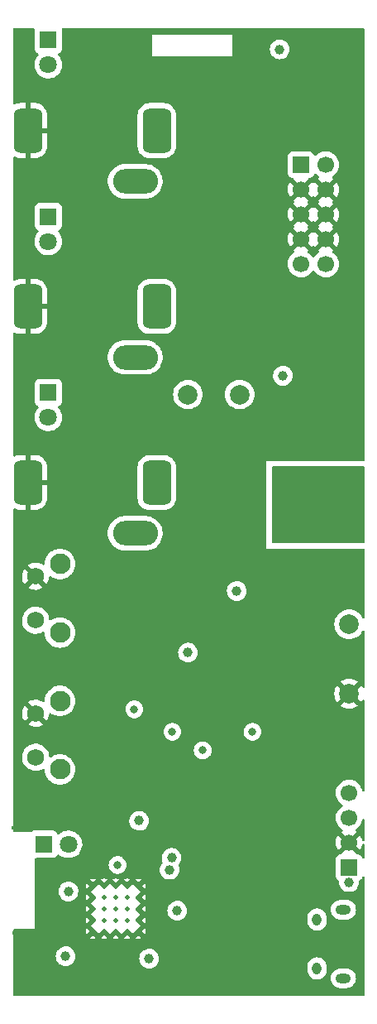
<source format=gbr>
%TF.GenerationSoftware,KiCad,Pcbnew,(6.0.1)*%
%TF.CreationDate,2022-03-12T16:38:44+00:00*%
%TF.ProjectId,Ball_Base_Components,42616c6c-5f42-4617-9365-5f436f6d706f,rev?*%
%TF.SameCoordinates,Original*%
%TF.FileFunction,Copper,L2,Inr*%
%TF.FilePolarity,Positive*%
%FSLAX46Y46*%
G04 Gerber Fmt 4.6, Leading zero omitted, Abs format (unit mm)*
G04 Created by KiCad (PCBNEW (6.0.1)) date 2022-03-12 16:38:44*
%MOMM*%
%LPD*%
G01*
G04 APERTURE LIST*
G04 Aperture macros list*
%AMRoundRect*
0 Rectangle with rounded corners*
0 $1 Rounding radius*
0 $2 $3 $4 $5 $6 $7 $8 $9 X,Y pos of 4 corners*
0 Add a 4 corners polygon primitive as box body*
4,1,4,$2,$3,$4,$5,$6,$7,$8,$9,$2,$3,0*
0 Add four circle primitives for the rounded corners*
1,1,$1+$1,$2,$3*
1,1,$1+$1,$4,$5*
1,1,$1+$1,$6,$7*
1,1,$1+$1,$8,$9*
0 Add four rect primitives between the rounded corners*
20,1,$1+$1,$2,$3,$4,$5,0*
20,1,$1+$1,$4,$5,$6,$7,0*
20,1,$1+$1,$6,$7,$8,$9,0*
20,1,$1+$1,$8,$9,$2,$3,0*%
G04 Aperture macros list end*
%TA.AperFunction,ComponentPad*%
%ADD10R,1.800000X1.800000*%
%TD*%
%TA.AperFunction,ComponentPad*%
%ADD11C,1.800000*%
%TD*%
%TA.AperFunction,ComponentPad*%
%ADD12C,2.000000*%
%TD*%
%TA.AperFunction,ComponentPad*%
%ADD13R,1.700000X1.700000*%
%TD*%
%TA.AperFunction,ComponentPad*%
%ADD14C,1.700000*%
%TD*%
%TA.AperFunction,ComponentPad*%
%ADD15O,0.950000X1.250000*%
%TD*%
%TA.AperFunction,ComponentPad*%
%ADD16O,1.550000X1.000000*%
%TD*%
%TA.AperFunction,ComponentPad*%
%ADD17RoundRect,0.725000X-0.725000X1.575000X-0.725000X-1.575000X0.725000X-1.575000X0.725000X1.575000X0*%
%TD*%
%TA.AperFunction,ComponentPad*%
%ADD18O,4.600000X2.500000*%
%TD*%
%TA.AperFunction,ComponentPad*%
%ADD19C,0.500000*%
%TD*%
%TA.AperFunction,ComponentPad*%
%ADD20C,2.100000*%
%TD*%
%TA.AperFunction,ComponentPad*%
%ADD21C,1.750000*%
%TD*%
%TA.AperFunction,ViaPad*%
%ADD22C,0.800000*%
%TD*%
%TA.AperFunction,ViaPad*%
%ADD23C,1.000000*%
%TD*%
%TA.AperFunction,ViaPad*%
%ADD24C,0.400000*%
%TD*%
G04 APERTURE END LIST*
D10*
%TO.N,Net-(D5-Pad1)*%
%TO.C,D5*%
X129700000Y-75800000D03*
D11*
%TO.N,Net-(D5-Pad2)*%
X129700000Y-78340000D03*
%TD*%
D10*
%TO.N,Net-(D3-Pad1)*%
%TO.C,D3*%
X129223750Y-140000000D03*
D11*
%TO.N,/LED_BLUE_OUT*%
X131763750Y-140000000D03*
%TD*%
D12*
%TO.N,VCC*%
%TO.C,TP3*%
X149300000Y-94000000D03*
%TD*%
D10*
%TO.N,Net-(D4-Pad1)*%
%TO.C,D4*%
X129700000Y-57725000D03*
D11*
%TO.N,Net-(D4-Pad2)*%
X129700000Y-60265000D03*
%TD*%
D10*
%TO.N,Net-(D6-Pad1)*%
%TO.C,D6*%
X129700000Y-93800000D03*
D11*
%TO.N,Net-(D6-Pad2)*%
X129700000Y-96340000D03*
%TD*%
D12*
%TO.N,+3V3*%
%TO.C,TP2*%
X160500000Y-117500000D03*
%TD*%
D13*
%TO.N,+3V3*%
%TO.C,J2*%
X160500000Y-142380000D03*
D14*
%TO.N,GND*%
X160500000Y-139840000D03*
%TO.N,/SWIO*%
X160500000Y-137300000D03*
%TO.N,/SWCLK*%
X160500000Y-134760000D03*
%TD*%
D15*
%TO.N,*%
%TO.C,J3*%
X157215000Y-152700000D03*
X157215000Y-147700000D03*
D16*
X159915000Y-146700000D03*
%TO.N,unconnected-(J3-Pad6)*%
X159915000Y-153700000D03*
%TD*%
D17*
%TO.N,GND*%
%TO.C,J5*%
X127600000Y-85000000D03*
D18*
%TO.N,unconnected-(J5-Pad2)*%
X138600000Y-90200000D03*
D17*
%TO.N,/Y_Filtered*%
X140800000Y-85000000D03*
%TD*%
D12*
%TO.N,GND*%
%TO.C,TP1*%
X160500000Y-124600000D03*
%TD*%
D17*
%TO.N,GND*%
%TO.C,J6*%
X127600000Y-103000000D03*
D18*
%TO.N,unconnected-(J6-Pad2)*%
X138600000Y-108200000D03*
D17*
%TO.N,/Z_Filtered*%
X140800000Y-103000000D03*
%TD*%
D19*
%TO.N,GND*%
%TO.C,U1*%
X138925000Y-145437500D03*
X134275000Y-145437500D03*
X134275000Y-147762500D03*
X135437500Y-145437500D03*
X138925000Y-144275000D03*
X135437500Y-147762500D03*
X136600000Y-147762500D03*
X135437500Y-146600000D03*
X137762500Y-146600000D03*
X138925000Y-146600000D03*
X137762500Y-147762500D03*
X136600000Y-145437500D03*
X135437500Y-144275000D03*
X136600000Y-148925000D03*
X134275000Y-148925000D03*
X137762500Y-148925000D03*
X134275000Y-146600000D03*
X136600000Y-146600000D03*
X138925000Y-147762500D03*
X136600000Y-144275000D03*
X135437500Y-148925000D03*
X137762500Y-145437500D03*
X137762500Y-144275000D03*
X138925000Y-148925000D03*
X134275000Y-144275000D03*
%TD*%
D20*
%TO.N,*%
%TO.C,CONNECT1*%
X130890000Y-125340000D03*
X130890000Y-132350000D03*
D21*
%TO.N,/CONNECT*%
X128400000Y-131100000D03*
%TO.N,GND*%
X128400000Y-126600000D03*
%TD*%
D13*
%TO.N,-12V*%
%TO.C,J1*%
X155562500Y-70500000D03*
D14*
X158102500Y-70500000D03*
%TO.N,GND*%
X155562500Y-73040000D03*
X158102500Y-73040000D03*
X155562500Y-75580000D03*
X158102500Y-75580000D03*
X155562500Y-78120000D03*
X158102500Y-78120000D03*
%TO.N,+12V*%
X155562500Y-80660000D03*
X158102500Y-80660000D03*
%TD*%
D20*
%TO.N,*%
%TO.C,RESET1*%
X130890000Y-118350000D03*
X130890000Y-111340000D03*
D21*
%TO.N,/RESET*%
X128400000Y-117100000D03*
%TO.N,GND*%
X128400000Y-112600000D03*
%TD*%
D12*
%TO.N,VEE*%
%TO.C,TP4*%
X144000000Y-94000000D03*
%TD*%
D17*
%TO.N,GND*%
%TO.C,J4*%
X127600000Y-67000000D03*
D18*
%TO.N,unconnected-(J4-Pad2)*%
X138600000Y-72200000D03*
D17*
%TO.N,/X_Filtered*%
X140800000Y-67000000D03*
%TD*%
D22*
%TO.N,GND*%
X149400000Y-146300000D03*
X155100000Y-145600000D03*
X136000000Y-135200000D03*
X153000000Y-88900000D03*
D23*
X143700000Y-142600000D03*
X154700000Y-121200000D03*
D22*
X134700000Y-131100000D03*
D24*
X127200000Y-149100000D03*
D22*
X159600000Y-95000000D03*
D24*
X132319174Y-148410500D03*
X128800000Y-145100000D03*
D22*
X129800000Y-136000000D03*
X139900000Y-153200000D03*
X146200000Y-83600000D03*
D24*
X128800000Y-145900000D03*
D22*
X149400000Y-79200000D03*
X146700000Y-136800000D03*
D23*
X155850000Y-112750000D03*
D22*
X136800000Y-138900000D03*
X156300000Y-136200000D03*
D24*
X128800000Y-138300000D03*
D23*
X158800000Y-112800000D03*
D22*
X136100000Y-153200000D03*
D23*
X154500000Y-131900000D03*
D22*
X136500000Y-98600000D03*
D24*
X130300000Y-147180000D03*
D22*
X161100000Y-110800000D03*
D23*
X132300000Y-138000000D03*
X154500000Y-128000000D03*
D24*
X128800000Y-143500000D03*
D22*
X151000000Y-148900000D03*
X132300000Y-134300000D03*
D24*
X130280000Y-148480000D03*
D22*
X141500000Y-74000000D03*
X149400000Y-91000000D03*
D23*
X142800000Y-139800000D03*
D22*
X138600000Y-117100000D03*
X155100000Y-152200000D03*
X143100000Y-91000000D03*
D23*
X144900000Y-143800000D03*
D22*
X133400000Y-75800000D03*
D24*
X126100000Y-138300000D03*
X131240000Y-147200000D03*
X126200000Y-149100000D03*
D22*
X137700000Y-153200000D03*
D23*
X144700000Y-147800000D03*
D24*
X128800000Y-142700000D03*
X127900000Y-138300000D03*
D22*
X153200000Y-110700000D03*
X157500000Y-88900000D03*
X133300000Y-57600000D03*
X139600000Y-113400000D03*
X161600000Y-97100000D03*
D24*
X127000000Y-138300000D03*
X131270000Y-148460000D03*
D22*
X157300000Y-62300000D03*
X155200000Y-86300000D03*
D24*
X128200000Y-149100000D03*
D23*
X137470517Y-151105441D03*
D22*
X140400000Y-138900000D03*
X135500000Y-120200000D03*
D24*
X129230000Y-148530000D03*
D22*
X155200000Y-64600000D03*
X127000000Y-154600000D03*
X146200000Y-68900000D03*
X139000000Y-81200000D03*
D23*
X138500000Y-124600000D03*
D22*
X128000000Y-107800000D03*
D23*
X155900000Y-148900000D03*
D22*
X126900000Y-132700000D03*
X129900000Y-151700000D03*
X153724500Y-82643152D03*
X150200000Y-57800000D03*
D24*
X129250000Y-147160000D03*
D22*
X153200000Y-62300000D03*
X155100000Y-154600000D03*
X137000000Y-110800000D03*
D24*
X128800000Y-141900000D03*
D22*
X128600000Y-150400000D03*
D24*
X128800000Y-144300000D03*
D23*
%TO.N,+3V3*%
X153800000Y-105400000D03*
X140018750Y-151700000D03*
X142118750Y-142600000D03*
X131760000Y-144840000D03*
X157300000Y-105400000D03*
X160800000Y-103300000D03*
X142318750Y-141400000D03*
X160500000Y-143870000D03*
X153800000Y-107400000D03*
X139000000Y-137600000D03*
X131470000Y-151460000D03*
X160800000Y-107400000D03*
X153800000Y-103300000D03*
X142900000Y-146800000D03*
X160800000Y-105400000D03*
D22*
%TO.N,/RESET*%
X136795663Y-142118089D03*
D23*
%TO.N,VCC*%
X153724500Y-92077373D03*
X149000000Y-114100000D03*
D22*
X150600000Y-128500000D03*
%TO.N,VEE*%
X142400000Y-128500000D03*
D23*
X153400000Y-58700000D03*
X144000000Y-120400000D03*
D22*
%TO.N,Net-(D5-Pad1)*%
X145500000Y-130400000D03*
X138500000Y-126200000D03*
%TD*%
%TA.AperFunction,Conductor*%
%TO.N,+3V3*%
G36*
X162034121Y-101370002D02*
G01*
X162080614Y-101423658D01*
X162092000Y-101476000D01*
X162092000Y-109074000D01*
X162071998Y-109142121D01*
X162018342Y-109188614D01*
X161966000Y-109200000D01*
X152726000Y-109200000D01*
X152657879Y-109179998D01*
X152611386Y-109126342D01*
X152600000Y-109074000D01*
X152600000Y-101476000D01*
X152620002Y-101407879D01*
X152673658Y-101361386D01*
X152726000Y-101350000D01*
X161966000Y-101350000D01*
X162034121Y-101370002D01*
G37*
%TD.AperFunction*%
%TD*%
%TA.AperFunction,Conductor*%
%TO.N,GND*%
G36*
X128262060Y-56528002D02*
G01*
X128308553Y-56581658D01*
X128318657Y-56651932D01*
X128311921Y-56678229D01*
X128301029Y-56707282D01*
X128301027Y-56707288D01*
X128298255Y-56714684D01*
X128291500Y-56776866D01*
X128291500Y-58673134D01*
X128298255Y-58735316D01*
X128349385Y-58871705D01*
X128436739Y-58988261D01*
X128553295Y-59075615D01*
X128561704Y-59078767D01*
X128561705Y-59078768D01*
X128621164Y-59101058D01*
X128677929Y-59143699D01*
X128702629Y-59210261D01*
X128687422Y-59279609D01*
X128668029Y-59306091D01*
X128601639Y-59375564D01*
X128598725Y-59379836D01*
X128598724Y-59379837D01*
X128585568Y-59399123D01*
X128471119Y-59566899D01*
X128373602Y-59776981D01*
X128311707Y-60000169D01*
X128287095Y-60230469D01*
X128287392Y-60235622D01*
X128287392Y-60235625D01*
X128293067Y-60334041D01*
X128300427Y-60461697D01*
X128301564Y-60466743D01*
X128301565Y-60466749D01*
X128333741Y-60609523D01*
X128351346Y-60687642D01*
X128353288Y-60692424D01*
X128353289Y-60692428D01*
X128436540Y-60897450D01*
X128438484Y-60902237D01*
X128559501Y-61099719D01*
X128711147Y-61274784D01*
X128889349Y-61422730D01*
X129089322Y-61539584D01*
X129305694Y-61622209D01*
X129310760Y-61623240D01*
X129310761Y-61623240D01*
X129363846Y-61634040D01*
X129532656Y-61668385D01*
X129663324Y-61673176D01*
X129758949Y-61676683D01*
X129758953Y-61676683D01*
X129764113Y-61676872D01*
X129769233Y-61676216D01*
X129769235Y-61676216D01*
X129842270Y-61666860D01*
X129993847Y-61647442D01*
X129998795Y-61645957D01*
X129998802Y-61645956D01*
X130210747Y-61582369D01*
X130215690Y-61580886D01*
X130296236Y-61541427D01*
X130419049Y-61481262D01*
X130419052Y-61481260D01*
X130423684Y-61478991D01*
X130612243Y-61344494D01*
X130776303Y-61181005D01*
X130911458Y-60992917D01*
X130958641Y-60897450D01*
X131011784Y-60789922D01*
X131011785Y-60789920D01*
X131014078Y-60785280D01*
X131081408Y-60563671D01*
X131111640Y-60334041D01*
X131113327Y-60265000D01*
X131107032Y-60188434D01*
X131094773Y-60039318D01*
X131094772Y-60039312D01*
X131094349Y-60034167D01*
X131037925Y-59809533D01*
X131035866Y-59804797D01*
X130947630Y-59601868D01*
X130947628Y-59601865D01*
X130945570Y-59597131D01*
X130819764Y-59402665D01*
X130817339Y-59400000D01*
X140300000Y-59400000D01*
X148500000Y-59400000D01*
X148500000Y-58685851D01*
X152386719Y-58685851D01*
X152403268Y-58882934D01*
X152457783Y-59073050D01*
X152548187Y-59248956D01*
X152671035Y-59403953D01*
X152821650Y-59532136D01*
X152994294Y-59628624D01*
X153182392Y-59689740D01*
X153378777Y-59713158D01*
X153384912Y-59712686D01*
X153384914Y-59712686D01*
X153569830Y-59698457D01*
X153569834Y-59698456D01*
X153575972Y-59697984D01*
X153766463Y-59644798D01*
X153771967Y-59642018D01*
X153771969Y-59642017D01*
X153937495Y-59558404D01*
X153937497Y-59558403D01*
X153942996Y-59555625D01*
X154098847Y-59433861D01*
X154228078Y-59284145D01*
X154325769Y-59112179D01*
X154388197Y-58924513D01*
X154412985Y-58728295D01*
X154413380Y-58700000D01*
X154394080Y-58503167D01*
X154336916Y-58313831D01*
X154244066Y-58139204D01*
X154173709Y-58052938D01*
X154122960Y-57990713D01*
X154122957Y-57990710D01*
X154119065Y-57985938D01*
X154112724Y-57980692D01*
X153971425Y-57863799D01*
X153971421Y-57863797D01*
X153966675Y-57859870D01*
X153792701Y-57765802D01*
X153603768Y-57707318D01*
X153597643Y-57706674D01*
X153597642Y-57706674D01*
X153413204Y-57687289D01*
X153413202Y-57687289D01*
X153407075Y-57686645D01*
X153324576Y-57694153D01*
X153216251Y-57704011D01*
X153216248Y-57704012D01*
X153210112Y-57704570D01*
X153204206Y-57706308D01*
X153204202Y-57706309D01*
X153099076Y-57737249D01*
X153020381Y-57760410D01*
X153014923Y-57763263D01*
X153014919Y-57763265D01*
X152924147Y-57810720D01*
X152845110Y-57852040D01*
X152690975Y-57975968D01*
X152563846Y-58127474D01*
X152560879Y-58132872D01*
X152560875Y-58132877D01*
X152557397Y-58139204D01*
X152468567Y-58300787D01*
X152466706Y-58306654D01*
X152466705Y-58306656D01*
X152410627Y-58483436D01*
X152408765Y-58489306D01*
X152386719Y-58685851D01*
X148500000Y-58685851D01*
X148500000Y-57200000D01*
X140300000Y-57200000D01*
X140300000Y-59400000D01*
X130817339Y-59400000D01*
X130813267Y-59395525D01*
X130729848Y-59303848D01*
X130698796Y-59240002D01*
X130707192Y-59169504D01*
X130752369Y-59114736D01*
X130778812Y-59101067D01*
X130838297Y-59078767D01*
X130846705Y-59075615D01*
X130963261Y-58988261D01*
X131050615Y-58871705D01*
X131101745Y-58735316D01*
X131108500Y-58673134D01*
X131108500Y-56776866D01*
X131101745Y-56714684D01*
X131098973Y-56707288D01*
X131098971Y-56707282D01*
X131088079Y-56678229D01*
X131082896Y-56607422D01*
X131116817Y-56545053D01*
X131179072Y-56510924D01*
X131206061Y-56508000D01*
X161966000Y-56508000D01*
X162034121Y-56528002D01*
X162080614Y-56581658D01*
X162092000Y-56634000D01*
X162092000Y-100674000D01*
X162071998Y-100742121D01*
X162018342Y-100788614D01*
X161966000Y-100800000D01*
X152000000Y-100800000D01*
X152000000Y-109750000D01*
X161966000Y-109750000D01*
X162034121Y-109770002D01*
X162080614Y-109823658D01*
X162092000Y-109876000D01*
X162092000Y-116768081D01*
X162071998Y-116836202D01*
X162018342Y-116882695D01*
X161948068Y-116892799D01*
X161883488Y-116863305D01*
X161853359Y-116821522D01*
X161852381Y-116822020D01*
X161850135Y-116817611D01*
X161848240Y-116813037D01*
X161820691Y-116768081D01*
X161726759Y-116614798D01*
X161726755Y-116614792D01*
X161724176Y-116610584D01*
X161569969Y-116430031D01*
X161389416Y-116275824D01*
X161385208Y-116273245D01*
X161385202Y-116273241D01*
X161191183Y-116154346D01*
X161186963Y-116151760D01*
X161182393Y-116149867D01*
X161182389Y-116149865D01*
X160972167Y-116062789D01*
X160972165Y-116062788D01*
X160967594Y-116060895D01*
X160887391Y-116041640D01*
X160741524Y-116006620D01*
X160741518Y-116006619D01*
X160736711Y-116005465D01*
X160500000Y-115986835D01*
X160263289Y-116005465D01*
X160258482Y-116006619D01*
X160258476Y-116006620D01*
X160112609Y-116041640D01*
X160032406Y-116060895D01*
X160027835Y-116062788D01*
X160027833Y-116062789D01*
X159817611Y-116149865D01*
X159817607Y-116149867D01*
X159813037Y-116151760D01*
X159808817Y-116154346D01*
X159614798Y-116273241D01*
X159614792Y-116273245D01*
X159610584Y-116275824D01*
X159430031Y-116430031D01*
X159275824Y-116610584D01*
X159273245Y-116614792D01*
X159273241Y-116614798D01*
X159179309Y-116768081D01*
X159151760Y-116813037D01*
X159149867Y-116817607D01*
X159149865Y-116817611D01*
X159062789Y-117027833D01*
X159060895Y-117032406D01*
X159044667Y-117100000D01*
X159009960Y-117244567D01*
X159005465Y-117263289D01*
X158986835Y-117500000D01*
X159005465Y-117736711D01*
X159060895Y-117967594D01*
X159062788Y-117972165D01*
X159062789Y-117972167D01*
X159148312Y-118178638D01*
X159151760Y-118186963D01*
X159154346Y-118191183D01*
X159273241Y-118385202D01*
X159273245Y-118385208D01*
X159275824Y-118389416D01*
X159430031Y-118569969D01*
X159610584Y-118724176D01*
X159614792Y-118726755D01*
X159614798Y-118726759D01*
X159780465Y-118828280D01*
X159813037Y-118848240D01*
X159817607Y-118850133D01*
X159817611Y-118850135D01*
X160027833Y-118937211D01*
X160032406Y-118939105D01*
X160112609Y-118958360D01*
X160258476Y-118993380D01*
X160258482Y-118993381D01*
X160263289Y-118994535D01*
X160500000Y-119013165D01*
X160736711Y-118994535D01*
X160741518Y-118993381D01*
X160741524Y-118993380D01*
X160887391Y-118958360D01*
X160967594Y-118939105D01*
X160972167Y-118937211D01*
X161182389Y-118850135D01*
X161182393Y-118850133D01*
X161186963Y-118848240D01*
X161219535Y-118828280D01*
X161385202Y-118726759D01*
X161385208Y-118726755D01*
X161389416Y-118724176D01*
X161569969Y-118569969D01*
X161724176Y-118389416D01*
X161726755Y-118385208D01*
X161726759Y-118385202D01*
X161845654Y-118191183D01*
X161848240Y-118186963D01*
X161850135Y-118182389D01*
X161852381Y-118177980D01*
X161853673Y-118178638D01*
X161894135Y-118128423D01*
X161961497Y-118105999D01*
X162030289Y-118123554D01*
X162078670Y-118175514D01*
X162092000Y-118231919D01*
X162092000Y-123869388D01*
X162071998Y-123937509D01*
X162018342Y-123984002D01*
X161948068Y-123994106D01*
X161883488Y-123964612D01*
X161852672Y-123921878D01*
X161851937Y-123922253D01*
X161845205Y-123909042D01*
X161742568Y-123741555D01*
X161732110Y-123732093D01*
X161723334Y-123735876D01*
X160872022Y-124587188D01*
X160864408Y-124601132D01*
X160864539Y-124602965D01*
X160868790Y-124609580D01*
X161720290Y-125461080D01*
X161732670Y-125467840D01*
X161740320Y-125462113D01*
X161845205Y-125290958D01*
X161851937Y-125277747D01*
X161852929Y-125278252D01*
X161894137Y-125227114D01*
X161961500Y-125204692D01*
X162030292Y-125222249D01*
X162078671Y-125274210D01*
X162092000Y-125330612D01*
X162092000Y-134502461D01*
X162071998Y-134570582D01*
X162018342Y-134617075D01*
X161948068Y-134627179D01*
X161883488Y-134597685D01*
X161843796Y-134533156D01*
X161791692Y-134325723D01*
X161790431Y-134320702D01*
X161701354Y-134115840D01*
X161580014Y-133928277D01*
X161429670Y-133763051D01*
X161425619Y-133759852D01*
X161425615Y-133759848D01*
X161258414Y-133627800D01*
X161258410Y-133627798D01*
X161254359Y-133624598D01*
X161230696Y-133611535D01*
X161202136Y-133595769D01*
X161058789Y-133516638D01*
X161053920Y-133514914D01*
X161053916Y-133514912D01*
X160853087Y-133443795D01*
X160853083Y-133443794D01*
X160848212Y-133442069D01*
X160843119Y-133441162D01*
X160843116Y-133441161D01*
X160633373Y-133403800D01*
X160633367Y-133403799D01*
X160628284Y-133402894D01*
X160554452Y-133401992D01*
X160410081Y-133400228D01*
X160410079Y-133400228D01*
X160404911Y-133400165D01*
X160184091Y-133433955D01*
X159971756Y-133503357D01*
X159773607Y-133606507D01*
X159769474Y-133609610D01*
X159769471Y-133609612D01*
X159745247Y-133627800D01*
X159594965Y-133740635D01*
X159440629Y-133902138D01*
X159437715Y-133906410D01*
X159437714Y-133906411D01*
X159433002Y-133913319D01*
X159314743Y-134086680D01*
X159220688Y-134289305D01*
X159160989Y-134504570D01*
X159137251Y-134726695D01*
X159150110Y-134949715D01*
X159151247Y-134954761D01*
X159151248Y-134954767D01*
X159157369Y-134981927D01*
X159199222Y-135167639D01*
X159283266Y-135374616D01*
X159399987Y-135565088D01*
X159546250Y-135733938D01*
X159718126Y-135876632D01*
X159788595Y-135917811D01*
X159791445Y-135919476D01*
X159840169Y-135971114D01*
X159853240Y-136040897D01*
X159826509Y-136106669D01*
X159786055Y-136140027D01*
X159773607Y-136146507D01*
X159769474Y-136149610D01*
X159769471Y-136149612D01*
X159745247Y-136167800D01*
X159594965Y-136280635D01*
X159440629Y-136442138D01*
X159314743Y-136626680D01*
X159299894Y-136658670D01*
X159252919Y-136759870D01*
X159220688Y-136829305D01*
X159160989Y-137044570D01*
X159137251Y-137266695D01*
X159137548Y-137271848D01*
X159137548Y-137271851D01*
X159144673Y-137395425D01*
X159150110Y-137489715D01*
X159151247Y-137494761D01*
X159151248Y-137494767D01*
X159157369Y-137521927D01*
X159199222Y-137707639D01*
X159283266Y-137914616D01*
X159399987Y-138105088D01*
X159546250Y-138273938D01*
X159718126Y-138416632D01*
X159757392Y-138439577D01*
X159791955Y-138459774D01*
X159840679Y-138511412D01*
X159853750Y-138581195D01*
X159827019Y-138646967D01*
X159786562Y-138680327D01*
X159778460Y-138684544D01*
X159769734Y-138690039D01*
X159749677Y-138705099D01*
X159741223Y-138716427D01*
X159747968Y-138728758D01*
X160487188Y-139467978D01*
X160501132Y-139475592D01*
X160502965Y-139475461D01*
X160509580Y-139471210D01*
X161253389Y-138727401D01*
X161260410Y-138714544D01*
X161253611Y-138705213D01*
X161249559Y-138702521D01*
X161212602Y-138682120D01*
X161162631Y-138631687D01*
X161147859Y-138562245D01*
X161172975Y-138495839D01*
X161200327Y-138469232D01*
X161257932Y-138428143D01*
X161379860Y-138341173D01*
X161393422Y-138327659D01*
X161534435Y-138187137D01*
X161538096Y-138183489D01*
X161566848Y-138143477D01*
X161665435Y-138006277D01*
X161668453Y-138002077D01*
X161685729Y-137967123D01*
X161765136Y-137806453D01*
X161765137Y-137806451D01*
X161767430Y-137801811D01*
X161832370Y-137588069D01*
X161841078Y-137521927D01*
X161869801Y-137457000D01*
X161929066Y-137417909D01*
X162000058Y-137417064D01*
X162060236Y-137454735D01*
X162090495Y-137518960D01*
X162092000Y-137538374D01*
X162092000Y-139584514D01*
X162071998Y-139652635D01*
X162018342Y-139699128D01*
X161948068Y-139709232D01*
X161883488Y-139679738D01*
X161843796Y-139615210D01*
X161791214Y-139405875D01*
X161787894Y-139396124D01*
X161702972Y-139200814D01*
X161698105Y-139191739D01*
X161633063Y-139091197D01*
X161622377Y-139081995D01*
X161612812Y-139086398D01*
X160872022Y-139827188D01*
X160864408Y-139841132D01*
X160864539Y-139842965D01*
X160868790Y-139849580D01*
X161610474Y-140591264D01*
X161622484Y-140597823D01*
X161634223Y-140588855D01*
X161665004Y-140546019D01*
X161670315Y-140537180D01*
X161764670Y-140346267D01*
X161768469Y-140336672D01*
X161830376Y-140132915D01*
X161832555Y-140122834D01*
X161841078Y-140058096D01*
X161869800Y-139993169D01*
X161929065Y-139954077D01*
X162000057Y-139953232D01*
X162060236Y-139990902D01*
X162090495Y-140055127D01*
X162092000Y-140074542D01*
X162092000Y-141365512D01*
X162071998Y-141433633D01*
X162018342Y-141480126D01*
X161948068Y-141490230D01*
X161883488Y-141460736D01*
X161848018Y-141409742D01*
X161803767Y-141291703D01*
X161800615Y-141283295D01*
X161713261Y-141166739D01*
X161596705Y-141079385D01*
X161460316Y-141028255D01*
X161398134Y-141021500D01*
X161364452Y-141021500D01*
X161296331Y-141001498D01*
X161253177Y-140954610D01*
X161250658Y-140949868D01*
X160512812Y-140212022D01*
X160498868Y-140204408D01*
X160497035Y-140204539D01*
X160490420Y-140208790D01*
X159746737Y-140952473D01*
X159744874Y-140955885D01*
X159694672Y-141006087D01*
X159634286Y-141021500D01*
X159601866Y-141021500D01*
X159539684Y-141028255D01*
X159403295Y-141079385D01*
X159286739Y-141166739D01*
X159199385Y-141283295D01*
X159148255Y-141419684D01*
X159141500Y-141481866D01*
X159141500Y-143278134D01*
X159148255Y-143340316D01*
X159199385Y-143476705D01*
X159286739Y-143593261D01*
X159403295Y-143680615D01*
X159411704Y-143683767D01*
X159419575Y-143688077D01*
X159418746Y-143689591D01*
X159467049Y-143725875D01*
X159491751Y-143792436D01*
X159491272Y-143815258D01*
X159486719Y-143855851D01*
X159490461Y-143900410D01*
X159494527Y-143948832D01*
X159503268Y-144052934D01*
X159557783Y-144243050D01*
X159648187Y-144418956D01*
X159771035Y-144573953D01*
X159775728Y-144577947D01*
X159775729Y-144577948D01*
X159843265Y-144635425D01*
X159921650Y-144702136D01*
X160094294Y-144798624D01*
X160282392Y-144859740D01*
X160478777Y-144883158D01*
X160484912Y-144882686D01*
X160484914Y-144882686D01*
X160669830Y-144868457D01*
X160669834Y-144868456D01*
X160675972Y-144867984D01*
X160866463Y-144814798D01*
X160871967Y-144812018D01*
X160871969Y-144812017D01*
X161037495Y-144728404D01*
X161037497Y-144728403D01*
X161042996Y-144725625D01*
X161198847Y-144603861D01*
X161313285Y-144471283D01*
X161324049Y-144458813D01*
X161324050Y-144458811D01*
X161328078Y-144454145D01*
X161425769Y-144282179D01*
X161488197Y-144094513D01*
X161512985Y-143898295D01*
X161513380Y-143870000D01*
X161507866Y-143813767D01*
X161521125Y-143744021D01*
X161569987Y-143692514D01*
X161587322Y-143684301D01*
X161588299Y-143683766D01*
X161596705Y-143680615D01*
X161603884Y-143675235D01*
X161603887Y-143675233D01*
X161706081Y-143598642D01*
X161713261Y-143593261D01*
X161800615Y-143476705D01*
X161848018Y-143350258D01*
X161890660Y-143293494D01*
X161957221Y-143268794D01*
X162026570Y-143284001D01*
X162076688Y-143334287D01*
X162092000Y-143394488D01*
X162092000Y-155366000D01*
X162071998Y-155434121D01*
X162018342Y-155480614D01*
X161966000Y-155492000D01*
X126234000Y-155492000D01*
X126165879Y-155471998D01*
X126119386Y-155418342D01*
X126108000Y-155366000D01*
X126108000Y-152899934D01*
X156231500Y-152899934D01*
X156231823Y-152903113D01*
X156241236Y-152995781D01*
X156246619Y-153048780D01*
X156306369Y-153239440D01*
X156403235Y-153414191D01*
X156533261Y-153565896D01*
X156538298Y-153569803D01*
X156538300Y-153569805D01*
X156686093Y-153684445D01*
X156686096Y-153684447D01*
X156691137Y-153688357D01*
X156696863Y-153691175D01*
X156696867Y-153691177D01*
X156864682Y-153773752D01*
X156870411Y-153776571D01*
X156959906Y-153799883D01*
X157057580Y-153825325D01*
X157057583Y-153825325D01*
X157063762Y-153826935D01*
X157157256Y-153831835D01*
X157256911Y-153837058D01*
X157256915Y-153837058D01*
X157263292Y-153837392D01*
X157460848Y-153807514D01*
X157648361Y-153738523D01*
X157721903Y-153692925D01*
X158626645Y-153692925D01*
X158644570Y-153889888D01*
X158700410Y-154079619D01*
X158703263Y-154085077D01*
X158703265Y-154085081D01*
X158750720Y-154175853D01*
X158792040Y-154254890D01*
X158915968Y-154409025D01*
X158920692Y-154412989D01*
X158927933Y-154419065D01*
X159067474Y-154536154D01*
X159072872Y-154539121D01*
X159072877Y-154539125D01*
X159216180Y-154617905D01*
X159240787Y-154631433D01*
X159246654Y-154633294D01*
X159246656Y-154633295D01*
X159423436Y-154689373D01*
X159429306Y-154691235D01*
X159583227Y-154708500D01*
X160239769Y-154708500D01*
X160242825Y-154708200D01*
X160242832Y-154708200D01*
X160301340Y-154702463D01*
X160386833Y-154694080D01*
X160392734Y-154692298D01*
X160392736Y-154692298D01*
X160466053Y-154670162D01*
X160576169Y-154636916D01*
X160750796Y-154544066D01*
X160837062Y-154473709D01*
X160899287Y-154422960D01*
X160899290Y-154422957D01*
X160904062Y-154419065D01*
X160916344Y-154404219D01*
X161026201Y-154271425D01*
X161026203Y-154271421D01*
X161030130Y-154266675D01*
X161124198Y-154092701D01*
X161182682Y-153903768D01*
X161189658Y-153837392D01*
X161202711Y-153713204D01*
X161202711Y-153713202D01*
X161203355Y-153707075D01*
X161195847Y-153624576D01*
X161185989Y-153516251D01*
X161185988Y-153516248D01*
X161185430Y-153510112D01*
X161158627Y-153419040D01*
X161131330Y-153326294D01*
X161129590Y-153320381D01*
X161119919Y-153301881D01*
X161040813Y-153150568D01*
X161037960Y-153145110D01*
X160914032Y-152990975D01*
X160907727Y-152985684D01*
X160861352Y-152946771D01*
X160762526Y-152863846D01*
X160757128Y-152860879D01*
X160757123Y-152860875D01*
X160594608Y-152771533D01*
X160594609Y-152771533D01*
X160589213Y-152768567D01*
X160583346Y-152766706D01*
X160583344Y-152766705D01*
X160406564Y-152710627D01*
X160406563Y-152710627D01*
X160400694Y-152708765D01*
X160246773Y-152691500D01*
X159590231Y-152691500D01*
X159587175Y-152691800D01*
X159587168Y-152691800D01*
X159541012Y-152696326D01*
X159443167Y-152705920D01*
X159437266Y-152707702D01*
X159437264Y-152707702D01*
X159363947Y-152729838D01*
X159253831Y-152763084D01*
X159079204Y-152855934D01*
X159025255Y-152899934D01*
X158930713Y-152977040D01*
X158930710Y-152977043D01*
X158925938Y-152980935D01*
X158922011Y-152985682D01*
X158922009Y-152985684D01*
X158803799Y-153128575D01*
X158803797Y-153128579D01*
X158799870Y-153133325D01*
X158705802Y-153307299D01*
X158647318Y-153496232D01*
X158646674Y-153502357D01*
X158646674Y-153502358D01*
X158632919Y-153633235D01*
X158626645Y-153692925D01*
X157721903Y-153692925D01*
X157818172Y-153633235D01*
X157963344Y-153495953D01*
X158077946Y-153332284D01*
X158157298Y-153148914D01*
X158198156Y-152953334D01*
X158198500Y-152946771D01*
X158198500Y-152500066D01*
X158191775Y-152433861D01*
X158184026Y-152357566D01*
X158184025Y-152357562D01*
X158183381Y-152351220D01*
X158134067Y-152193861D01*
X158125540Y-152166651D01*
X158125539Y-152166650D01*
X158123631Y-152160560D01*
X158026765Y-151985809D01*
X157929373Y-151872179D01*
X157900891Y-151838948D01*
X157900890Y-151838947D01*
X157896739Y-151834104D01*
X157891700Y-151830195D01*
X157743907Y-151715555D01*
X157743904Y-151715553D01*
X157738863Y-151711643D01*
X157733137Y-151708825D01*
X157733133Y-151708823D01*
X157565318Y-151626248D01*
X157559589Y-151623429D01*
X157440797Y-151592486D01*
X157372420Y-151574675D01*
X157372417Y-151574675D01*
X157366238Y-151573065D01*
X157272744Y-151568165D01*
X157173089Y-151562942D01*
X157173085Y-151562942D01*
X157166708Y-151562608D01*
X156969152Y-151592486D01*
X156963165Y-151594689D01*
X156963164Y-151594689D01*
X156787629Y-151659273D01*
X156781639Y-151661477D01*
X156611828Y-151766765D01*
X156466656Y-151904047D01*
X156352054Y-152067716D01*
X156272702Y-152251086D01*
X156231844Y-152446666D01*
X156231500Y-152453229D01*
X156231500Y-152899934D01*
X126108000Y-152899934D01*
X126108000Y-151445851D01*
X130456719Y-151445851D01*
X130473268Y-151642934D01*
X130490642Y-151703523D01*
X130510033Y-151771147D01*
X130527783Y-151833050D01*
X130618187Y-152008956D01*
X130741035Y-152163953D01*
X130745728Y-152167947D01*
X130745729Y-152167948D01*
X130882261Y-152284145D01*
X130891650Y-152292136D01*
X131064294Y-152388624D01*
X131252392Y-152449740D01*
X131448777Y-152473158D01*
X131454912Y-152472686D01*
X131454914Y-152472686D01*
X131639830Y-152458457D01*
X131639834Y-152458456D01*
X131645972Y-152457984D01*
X131836463Y-152404798D01*
X131841967Y-152402018D01*
X131841969Y-152402017D01*
X132007495Y-152318404D01*
X132007497Y-152318403D01*
X132012996Y-152315625D01*
X132168847Y-152193861D01*
X132298078Y-152044145D01*
X132395769Y-151872179D01*
X132457752Y-151685851D01*
X139005469Y-151685851D01*
X139005985Y-151691995D01*
X139018325Y-151838948D01*
X139022018Y-151882934D01*
X139023717Y-151888858D01*
X139073504Y-152062486D01*
X139076533Y-152073050D01*
X139079352Y-152078535D01*
X139118638Y-152154976D01*
X139166937Y-152248956D01*
X139289785Y-152403953D01*
X139294478Y-152407947D01*
X139294479Y-152407948D01*
X139341348Y-152447836D01*
X139440400Y-152532136D01*
X139613044Y-152628624D01*
X139801142Y-152689740D01*
X139997527Y-152713158D01*
X140003662Y-152712686D01*
X140003664Y-152712686D01*
X140188580Y-152698457D01*
X140188584Y-152698456D01*
X140194722Y-152697984D01*
X140385213Y-152644798D01*
X140390717Y-152642018D01*
X140390719Y-152642017D01*
X140556245Y-152558404D01*
X140556247Y-152558403D01*
X140561746Y-152555625D01*
X140717597Y-152433861D01*
X140837337Y-152295141D01*
X140842799Y-152288813D01*
X140842800Y-152288811D01*
X140846828Y-152284145D01*
X140944519Y-152112179D01*
X141006947Y-151924513D01*
X141031735Y-151728295D01*
X141031938Y-151713753D01*
X141032081Y-151703523D01*
X141032081Y-151703520D01*
X141032130Y-151700000D01*
X141012830Y-151503167D01*
X140955666Y-151313831D01*
X140862816Y-151139204D01*
X140792459Y-151052938D01*
X140741710Y-150990713D01*
X140741707Y-150990710D01*
X140737815Y-150985938D01*
X140731474Y-150980692D01*
X140590175Y-150863799D01*
X140590171Y-150863797D01*
X140585425Y-150859870D01*
X140411451Y-150765802D01*
X140222518Y-150707318D01*
X140216393Y-150706674D01*
X140216392Y-150706674D01*
X140031954Y-150687289D01*
X140031952Y-150687289D01*
X140025825Y-150686645D01*
X139943326Y-150694153D01*
X139835001Y-150704011D01*
X139834998Y-150704012D01*
X139828862Y-150704570D01*
X139822956Y-150706308D01*
X139822952Y-150706309D01*
X139735308Y-150732104D01*
X139639131Y-150760410D01*
X139633673Y-150763263D01*
X139633669Y-150763265D01*
X139542897Y-150810720D01*
X139463860Y-150852040D01*
X139309725Y-150975968D01*
X139182596Y-151127474D01*
X139179629Y-151132872D01*
X139179625Y-151132877D01*
X139176147Y-151139204D01*
X139087317Y-151300787D01*
X139085456Y-151306654D01*
X139085455Y-151306656D01*
X139043243Y-151439726D01*
X139027515Y-151489306D01*
X139005469Y-151685851D01*
X132457752Y-151685851D01*
X132458197Y-151684513D01*
X132482985Y-151488295D01*
X132483380Y-151460000D01*
X132464080Y-151263167D01*
X132406916Y-151073831D01*
X132314066Y-150899204D01*
X132243709Y-150812938D01*
X132192960Y-150750713D01*
X132192957Y-150750710D01*
X132189065Y-150745938D01*
X132182724Y-150740692D01*
X132041425Y-150623799D01*
X132041421Y-150623797D01*
X132036675Y-150619870D01*
X131862701Y-150525802D01*
X131673768Y-150467318D01*
X131667643Y-150466674D01*
X131667642Y-150466674D01*
X131483204Y-150447289D01*
X131483202Y-150447289D01*
X131477075Y-150446645D01*
X131394576Y-150454153D01*
X131286251Y-150464011D01*
X131286248Y-150464012D01*
X131280112Y-150464570D01*
X131274206Y-150466308D01*
X131274202Y-150466309D01*
X131169076Y-150497249D01*
X131090381Y-150520410D01*
X131084923Y-150523263D01*
X131084919Y-150523265D01*
X130994147Y-150570720D01*
X130915110Y-150612040D01*
X130760975Y-150735968D01*
X130633846Y-150887474D01*
X130630879Y-150892872D01*
X130630875Y-150892877D01*
X130585196Y-150975968D01*
X130538567Y-151060787D01*
X130536706Y-151066654D01*
X130536705Y-151066656D01*
X130480627Y-151243436D01*
X130478765Y-151249306D01*
X130456719Y-151445851D01*
X126108000Y-151445851D01*
X126108000Y-149609934D01*
X133949239Y-149609934D01*
X133952022Y-149613652D01*
X134083857Y-149662681D01*
X134097448Y-149666070D01*
X134252044Y-149686697D01*
X134266040Y-149686991D01*
X134421360Y-149672855D01*
X134435085Y-149670038D01*
X134583415Y-149621843D01*
X134592055Y-149617924D01*
X134599463Y-149609934D01*
X135111739Y-149609934D01*
X135114522Y-149613652D01*
X135246357Y-149662681D01*
X135259948Y-149666070D01*
X135414544Y-149686697D01*
X135428540Y-149686991D01*
X135583860Y-149672855D01*
X135597585Y-149670038D01*
X135745915Y-149621843D01*
X135754555Y-149617924D01*
X135761963Y-149609934D01*
X136274239Y-149609934D01*
X136277022Y-149613652D01*
X136408857Y-149662681D01*
X136422448Y-149666070D01*
X136577044Y-149686697D01*
X136591040Y-149686991D01*
X136746360Y-149672855D01*
X136760085Y-149670038D01*
X136908415Y-149621843D01*
X136917055Y-149617924D01*
X136924463Y-149609934D01*
X137436739Y-149609934D01*
X137439522Y-149613652D01*
X137571357Y-149662681D01*
X137584948Y-149666070D01*
X137739544Y-149686697D01*
X137753540Y-149686991D01*
X137908860Y-149672855D01*
X137922585Y-149670038D01*
X138070915Y-149621843D01*
X138079555Y-149617924D01*
X138086963Y-149609934D01*
X138599239Y-149609934D01*
X138602022Y-149613652D01*
X138733857Y-149662681D01*
X138747448Y-149666070D01*
X138902044Y-149686697D01*
X138916040Y-149686991D01*
X139071360Y-149672855D01*
X139085085Y-149670038D01*
X139233415Y-149621843D01*
X139242055Y-149617924D01*
X139250430Y-149608891D01*
X139246925Y-149600478D01*
X138937812Y-149291365D01*
X138923868Y-149283751D01*
X138922035Y-149283882D01*
X138915420Y-149288133D01*
X138605999Y-149597554D01*
X138599239Y-149609934D01*
X138086963Y-149609934D01*
X138087930Y-149608891D01*
X138084425Y-149600478D01*
X137775312Y-149291365D01*
X137761368Y-149283751D01*
X137759535Y-149283882D01*
X137752920Y-149288133D01*
X137443499Y-149597554D01*
X137436739Y-149609934D01*
X136924463Y-149609934D01*
X136925430Y-149608891D01*
X136921925Y-149600478D01*
X136612812Y-149291365D01*
X136598868Y-149283751D01*
X136597035Y-149283882D01*
X136590420Y-149288133D01*
X136280999Y-149597554D01*
X136274239Y-149609934D01*
X135761963Y-149609934D01*
X135762930Y-149608891D01*
X135759425Y-149600478D01*
X135450312Y-149291365D01*
X135436368Y-149283751D01*
X135434535Y-149283882D01*
X135427920Y-149288133D01*
X135118499Y-149597554D01*
X135111739Y-149609934D01*
X134599463Y-149609934D01*
X134600430Y-149608891D01*
X134596925Y-149600478D01*
X134287812Y-149291365D01*
X134273868Y-149283751D01*
X134272035Y-149283882D01*
X134265420Y-149288133D01*
X133955999Y-149597554D01*
X133949239Y-149609934D01*
X126108000Y-149609934D01*
X126108000Y-148921362D01*
X133512966Y-148921362D01*
X133528186Y-149076585D01*
X133531097Y-149090280D01*
X133580327Y-149238270D01*
X133582729Y-149243468D01*
X133590717Y-149250772D01*
X133599338Y-149247109D01*
X133908635Y-148937812D01*
X133916249Y-148923868D01*
X133916118Y-148922035D01*
X133911867Y-148915420D01*
X133602039Y-148605592D01*
X133589659Y-148598832D01*
X133586037Y-148601543D01*
X133536001Y-148739016D01*
X133532709Y-148752625D01*
X133513162Y-148907356D01*
X133512966Y-148921362D01*
X126108000Y-148921362D01*
X126108000Y-148776000D01*
X126128002Y-148707879D01*
X126181658Y-148661386D01*
X126234000Y-148650000D01*
X128325000Y-148650000D01*
X128325000Y-148344882D01*
X134052501Y-148344882D01*
X134052632Y-148346715D01*
X134056883Y-148353330D01*
X134843438Y-149139885D01*
X134857382Y-149147499D01*
X134859215Y-149147368D01*
X134865830Y-149143117D01*
X135348405Y-148660542D01*
X135410717Y-148626516D01*
X135481532Y-148631581D01*
X135526595Y-148660542D01*
X136005938Y-149139885D01*
X136019882Y-149147499D01*
X136021715Y-149147368D01*
X136028330Y-149143117D01*
X136510905Y-148660542D01*
X136573217Y-148626516D01*
X136644032Y-148631581D01*
X136689095Y-148660542D01*
X137168438Y-149139885D01*
X137182382Y-149147499D01*
X137184215Y-149147368D01*
X137190830Y-149143117D01*
X137673405Y-148660542D01*
X137735717Y-148626516D01*
X137806532Y-148631581D01*
X137851595Y-148660542D01*
X138330938Y-149139885D01*
X138344882Y-149147499D01*
X138346715Y-149147368D01*
X138353330Y-149143117D01*
X138570315Y-148926132D01*
X139283751Y-148926132D01*
X139283882Y-148927965D01*
X139288133Y-148934580D01*
X139597178Y-149243625D01*
X139609558Y-149250385D01*
X139613374Y-149247528D01*
X139661331Y-149121283D01*
X139664811Y-149107727D01*
X139686948Y-148950221D01*
X139687554Y-148942338D01*
X139687741Y-148928962D01*
X139687354Y-148921062D01*
X139669625Y-148763003D01*
X139666523Y-148749350D01*
X139615700Y-148603407D01*
X139610141Y-148598467D01*
X139601088Y-148602465D01*
X139291365Y-148912188D01*
X139283751Y-148926132D01*
X138570315Y-148926132D01*
X139139885Y-148356562D01*
X139147499Y-148342618D01*
X139147368Y-148340785D01*
X139143117Y-148334170D01*
X138660542Y-147851595D01*
X138626516Y-147789283D01*
X138628351Y-147763632D01*
X139283751Y-147763632D01*
X139283882Y-147765465D01*
X139288133Y-147772080D01*
X139597178Y-148081125D01*
X139609558Y-148087885D01*
X139613374Y-148085028D01*
X139661331Y-147958783D01*
X139664811Y-147945227D01*
X139671177Y-147899934D01*
X156231500Y-147899934D01*
X156231823Y-147903113D01*
X156237478Y-147958783D01*
X156246619Y-148048780D01*
X156276040Y-148142662D01*
X156301575Y-148224141D01*
X156306369Y-148239440D01*
X156403235Y-148414191D01*
X156533261Y-148565896D01*
X156538298Y-148569803D01*
X156538300Y-148569805D01*
X156686093Y-148684445D01*
X156686096Y-148684447D01*
X156691137Y-148688357D01*
X156696863Y-148691175D01*
X156696867Y-148691177D01*
X156821746Y-148752625D01*
X156870411Y-148776571D01*
X156959906Y-148799883D01*
X157057580Y-148825325D01*
X157057583Y-148825325D01*
X157063762Y-148826935D01*
X157157256Y-148831835D01*
X157256911Y-148837058D01*
X157256915Y-148837058D01*
X157263292Y-148837392D01*
X157460848Y-148807514D01*
X157506279Y-148790799D01*
X157642371Y-148740727D01*
X157642372Y-148740727D01*
X157648361Y-148738523D01*
X157791133Y-148650000D01*
X157812750Y-148636597D01*
X157812751Y-148636596D01*
X157818172Y-148633235D01*
X157850711Y-148602465D01*
X157958710Y-148500335D01*
X157963344Y-148495953D01*
X158060946Y-148356562D01*
X158074284Y-148337514D01*
X158074284Y-148337513D01*
X158077946Y-148332284D01*
X158157298Y-148148914D01*
X158198156Y-147953334D01*
X158198500Y-147946771D01*
X158198500Y-147500066D01*
X158190668Y-147422960D01*
X158184026Y-147357566D01*
X158184025Y-147357562D01*
X158183381Y-147351220D01*
X158123631Y-147160560D01*
X158026765Y-146985809D01*
X158019037Y-146976793D01*
X157900891Y-146838948D01*
X157900890Y-146838947D01*
X157896739Y-146834104D01*
X157891700Y-146830195D01*
X157743907Y-146715555D01*
X157743904Y-146715553D01*
X157738863Y-146711643D01*
X157733137Y-146708825D01*
X157733133Y-146708823D01*
X157700824Y-146692925D01*
X158626645Y-146692925D01*
X158633059Y-146763403D01*
X158639138Y-146830195D01*
X158644570Y-146889888D01*
X158646308Y-146895794D01*
X158646309Y-146895798D01*
X158672801Y-146985809D01*
X158700410Y-147079619D01*
X158703263Y-147085077D01*
X158703265Y-147085081D01*
X158739806Y-147154976D01*
X158792040Y-147254890D01*
X158915968Y-147409025D01*
X158920692Y-147412989D01*
X158927933Y-147419065D01*
X159067474Y-147536154D01*
X159072872Y-147539121D01*
X159072877Y-147539125D01*
X159184525Y-147600503D01*
X159240787Y-147631433D01*
X159246654Y-147633294D01*
X159246656Y-147633295D01*
X159373099Y-147673405D01*
X159429306Y-147691235D01*
X159583227Y-147708500D01*
X160239769Y-147708500D01*
X160242825Y-147708200D01*
X160242832Y-147708200D01*
X160301340Y-147702463D01*
X160386833Y-147694080D01*
X160392734Y-147692298D01*
X160392736Y-147692298D01*
X160504997Y-147658404D01*
X160576169Y-147636916D01*
X160750796Y-147544066D01*
X160837062Y-147473709D01*
X160899287Y-147422960D01*
X160899290Y-147422957D01*
X160904062Y-147419065D01*
X160929089Y-147388813D01*
X161026201Y-147271425D01*
X161026203Y-147271421D01*
X161030130Y-147266675D01*
X161124198Y-147092701D01*
X161182682Y-146903768D01*
X161190415Y-146830195D01*
X161202711Y-146713204D01*
X161202711Y-146713202D01*
X161203355Y-146707075D01*
X161193880Y-146602965D01*
X161185989Y-146516251D01*
X161185988Y-146516248D01*
X161185430Y-146510112D01*
X161164208Y-146438003D01*
X161131330Y-146326294D01*
X161129590Y-146320381D01*
X161119919Y-146301881D01*
X161040813Y-146150568D01*
X161037960Y-146145110D01*
X160914032Y-145990975D01*
X160907727Y-145985684D01*
X160876963Y-145959870D01*
X160762526Y-145863846D01*
X160757128Y-145860879D01*
X160757123Y-145860875D01*
X160594608Y-145771533D01*
X160594609Y-145771533D01*
X160589213Y-145768567D01*
X160583346Y-145766706D01*
X160583344Y-145766705D01*
X160406564Y-145710627D01*
X160406563Y-145710627D01*
X160400694Y-145708765D01*
X160246773Y-145691500D01*
X159590231Y-145691500D01*
X159587175Y-145691800D01*
X159587168Y-145691800D01*
X159528660Y-145697537D01*
X159443167Y-145705920D01*
X159437266Y-145707702D01*
X159437264Y-145707702D01*
X159363947Y-145729838D01*
X159253831Y-145763084D01*
X159079204Y-145855934D01*
X158992938Y-145926291D01*
X158930713Y-145977040D01*
X158930710Y-145977043D01*
X158925938Y-145980935D01*
X158922011Y-145985682D01*
X158922009Y-145985684D01*
X158803799Y-146128575D01*
X158803797Y-146128579D01*
X158799870Y-146133325D01*
X158705802Y-146307299D01*
X158647318Y-146496232D01*
X158646674Y-146502357D01*
X158646674Y-146502358D01*
X158636826Y-146596062D01*
X158626645Y-146692925D01*
X157700824Y-146692925D01*
X157565318Y-146626248D01*
X157559589Y-146623429D01*
X157440797Y-146592486D01*
X157372420Y-146574675D01*
X157372417Y-146574675D01*
X157366238Y-146573065D01*
X157272744Y-146568165D01*
X157173089Y-146562942D01*
X157173085Y-146562942D01*
X157166708Y-146562608D01*
X156969152Y-146592486D01*
X156963165Y-146594689D01*
X156963164Y-146594689D01*
X156913907Y-146612812D01*
X156781639Y-146661477D01*
X156611828Y-146766765D01*
X156607195Y-146771146D01*
X156607194Y-146771147D01*
X156580389Y-146796495D01*
X156466656Y-146904047D01*
X156352054Y-147067716D01*
X156272702Y-147251086D01*
X156231844Y-147446666D01*
X156231500Y-147453229D01*
X156231500Y-147899934D01*
X139671177Y-147899934D01*
X139686948Y-147787721D01*
X139687554Y-147779838D01*
X139687741Y-147766462D01*
X139687354Y-147758562D01*
X139669625Y-147600503D01*
X139666523Y-147586850D01*
X139615700Y-147440907D01*
X139610141Y-147435967D01*
X139601088Y-147439965D01*
X139291365Y-147749688D01*
X139283751Y-147763632D01*
X138628351Y-147763632D01*
X138631581Y-147718468D01*
X138660542Y-147673405D01*
X139139885Y-147194062D01*
X139147499Y-147180118D01*
X139147368Y-147178285D01*
X139143117Y-147171670D01*
X138660542Y-146689095D01*
X138626516Y-146626783D01*
X138628351Y-146601132D01*
X139283751Y-146601132D01*
X139283882Y-146602965D01*
X139288133Y-146609580D01*
X139597178Y-146918625D01*
X139609558Y-146925385D01*
X139613374Y-146922528D01*
X139661331Y-146796283D01*
X139664009Y-146785851D01*
X141886719Y-146785851D01*
X141887235Y-146791995D01*
X141898436Y-146925385D01*
X141903268Y-146982934D01*
X141904967Y-146988858D01*
X141954202Y-147160560D01*
X141957783Y-147173050D01*
X142048187Y-147348956D01*
X142171035Y-147503953D01*
X142175728Y-147507947D01*
X142175729Y-147507948D01*
X142256297Y-147576516D01*
X142321650Y-147632136D01*
X142494294Y-147728624D01*
X142682392Y-147789740D01*
X142878777Y-147813158D01*
X142884912Y-147812686D01*
X142884914Y-147812686D01*
X143069830Y-147798457D01*
X143069834Y-147798456D01*
X143075972Y-147797984D01*
X143266463Y-147744798D01*
X143271967Y-147742018D01*
X143271969Y-147742017D01*
X143437495Y-147658404D01*
X143437497Y-147658403D01*
X143442996Y-147655625D01*
X143598847Y-147533861D01*
X143728078Y-147384145D01*
X143825769Y-147212179D01*
X143888197Y-147024513D01*
X143912985Y-146828295D01*
X143913380Y-146800000D01*
X143894080Y-146603167D01*
X143892026Y-146596362D01*
X143861794Y-146496232D01*
X143836916Y-146413831D01*
X143744066Y-146239204D01*
X143653839Y-146128575D01*
X143622960Y-146090713D01*
X143622957Y-146090710D01*
X143619065Y-146085938D01*
X143612724Y-146080692D01*
X143471425Y-145963799D01*
X143471421Y-145963797D01*
X143466675Y-145959870D01*
X143292701Y-145865802D01*
X143103768Y-145807318D01*
X143097643Y-145806674D01*
X143097642Y-145806674D01*
X142913204Y-145787289D01*
X142913202Y-145787289D01*
X142907075Y-145786645D01*
X142824576Y-145794153D01*
X142716251Y-145804011D01*
X142716248Y-145804012D01*
X142710112Y-145804570D01*
X142704206Y-145806308D01*
X142704202Y-145806309D01*
X142624590Y-145829740D01*
X142520381Y-145860410D01*
X142514923Y-145863263D01*
X142514919Y-145863265D01*
X142424147Y-145910720D01*
X142345110Y-145952040D01*
X142190975Y-146075968D01*
X142063846Y-146227474D01*
X142060879Y-146232872D01*
X142060875Y-146232877D01*
X141982095Y-146376180D01*
X141968567Y-146400787D01*
X141966706Y-146406654D01*
X141966705Y-146406656D01*
X141919340Y-146555968D01*
X141908765Y-146589306D01*
X141886719Y-146785851D01*
X139664009Y-146785851D01*
X139664811Y-146782727D01*
X139686948Y-146625221D01*
X139687554Y-146617338D01*
X139687741Y-146603962D01*
X139687354Y-146596062D01*
X139669625Y-146438003D01*
X139666523Y-146424350D01*
X139615700Y-146278407D01*
X139610141Y-146273467D01*
X139601088Y-146277465D01*
X139291365Y-146587188D01*
X139283751Y-146601132D01*
X138628351Y-146601132D01*
X138631581Y-146555968D01*
X138660542Y-146510905D01*
X139139885Y-146031562D01*
X139147499Y-146017618D01*
X139147368Y-146015785D01*
X139143117Y-146009170D01*
X138660542Y-145526595D01*
X138626516Y-145464283D01*
X138628351Y-145438632D01*
X139283751Y-145438632D01*
X139283882Y-145440465D01*
X139288133Y-145447080D01*
X139597178Y-145756125D01*
X139609558Y-145762885D01*
X139613374Y-145760028D01*
X139661331Y-145633783D01*
X139664811Y-145620227D01*
X139686948Y-145462721D01*
X139687554Y-145454838D01*
X139687741Y-145441462D01*
X139687354Y-145433562D01*
X139669625Y-145275503D01*
X139666523Y-145261850D01*
X139615700Y-145115907D01*
X139610141Y-145110967D01*
X139601088Y-145114965D01*
X139291365Y-145424688D01*
X139283751Y-145438632D01*
X138628351Y-145438632D01*
X138631581Y-145393468D01*
X138660542Y-145348405D01*
X139139885Y-144869062D01*
X139147499Y-144855118D01*
X139147368Y-144853285D01*
X139143117Y-144846670D01*
X138572579Y-144276132D01*
X139283751Y-144276132D01*
X139283882Y-144277965D01*
X139288133Y-144284580D01*
X139597178Y-144593625D01*
X139609558Y-144600385D01*
X139613374Y-144597528D01*
X139661331Y-144471283D01*
X139664811Y-144457727D01*
X139686948Y-144300221D01*
X139687554Y-144292338D01*
X139687741Y-144278962D01*
X139687354Y-144271062D01*
X139669625Y-144113003D01*
X139666523Y-144099350D01*
X139615700Y-143953407D01*
X139610141Y-143948467D01*
X139601088Y-143952465D01*
X139291365Y-144262188D01*
X139283751Y-144276132D01*
X138572579Y-144276132D01*
X138356562Y-144060115D01*
X138342618Y-144052501D01*
X138340785Y-144052632D01*
X138334170Y-144056883D01*
X137851595Y-144539458D01*
X137789283Y-144573484D01*
X137718468Y-144568419D01*
X137673405Y-144539458D01*
X137194062Y-144060115D01*
X137180118Y-144052501D01*
X137178285Y-144052632D01*
X137171670Y-144056883D01*
X136689095Y-144539458D01*
X136626783Y-144573484D01*
X136555968Y-144568419D01*
X136510905Y-144539458D01*
X136031562Y-144060115D01*
X136017618Y-144052501D01*
X136015785Y-144052632D01*
X136009170Y-144056883D01*
X135526595Y-144539458D01*
X135464283Y-144573484D01*
X135393468Y-144568419D01*
X135348405Y-144539458D01*
X134869062Y-144060115D01*
X134855118Y-144052501D01*
X134853285Y-144052632D01*
X134846670Y-144056883D01*
X134060115Y-144843438D01*
X134052501Y-144857382D01*
X134052632Y-144859215D01*
X134056883Y-144865830D01*
X134539458Y-145348405D01*
X134573484Y-145410717D01*
X134568419Y-145481532D01*
X134539458Y-145526595D01*
X134060115Y-146005938D01*
X134052501Y-146019882D01*
X134052632Y-146021715D01*
X134056883Y-146028330D01*
X134539458Y-146510905D01*
X134573484Y-146573217D01*
X134568419Y-146644032D01*
X134539458Y-146689095D01*
X134060115Y-147168438D01*
X134052501Y-147182382D01*
X134052632Y-147184215D01*
X134056883Y-147190830D01*
X134539458Y-147673405D01*
X134573484Y-147735717D01*
X134568419Y-147806532D01*
X134539458Y-147851595D01*
X134060115Y-148330938D01*
X134052501Y-148344882D01*
X128325000Y-148344882D01*
X128325000Y-147758862D01*
X133512966Y-147758862D01*
X133528186Y-147914085D01*
X133531097Y-147927780D01*
X133580327Y-148075770D01*
X133582729Y-148080968D01*
X133590717Y-148088272D01*
X133599338Y-148084609D01*
X133908635Y-147775312D01*
X133916249Y-147761368D01*
X133916118Y-147759535D01*
X133911867Y-147752920D01*
X133602039Y-147443092D01*
X133589659Y-147436332D01*
X133586037Y-147439043D01*
X133536001Y-147576516D01*
X133532709Y-147590125D01*
X133513162Y-147744856D01*
X133512966Y-147758862D01*
X128325000Y-147758862D01*
X128325000Y-146596362D01*
X133512966Y-146596362D01*
X133528186Y-146751585D01*
X133531097Y-146765280D01*
X133580327Y-146913270D01*
X133582729Y-146918468D01*
X133590717Y-146925772D01*
X133599338Y-146922109D01*
X133908635Y-146612812D01*
X133916249Y-146598868D01*
X133916118Y-146597035D01*
X133911867Y-146590420D01*
X133602039Y-146280592D01*
X133589659Y-146273832D01*
X133586037Y-146276543D01*
X133536001Y-146414016D01*
X133532709Y-146427625D01*
X133513162Y-146582356D01*
X133512966Y-146596362D01*
X128325000Y-146596362D01*
X128325000Y-144825851D01*
X130746719Y-144825851D01*
X130763268Y-145022934D01*
X130764967Y-145028858D01*
X130789658Y-145114965D01*
X130817783Y-145213050D01*
X130908187Y-145388956D01*
X131031035Y-145543953D01*
X131181650Y-145672136D01*
X131354294Y-145768624D01*
X131542392Y-145829740D01*
X131738777Y-145853158D01*
X131744912Y-145852686D01*
X131744914Y-145852686D01*
X131929830Y-145838457D01*
X131929834Y-145838456D01*
X131935972Y-145837984D01*
X132126463Y-145784798D01*
X132131967Y-145782018D01*
X132131969Y-145782017D01*
X132297495Y-145698404D01*
X132297497Y-145698403D01*
X132302996Y-145695625D01*
X132458847Y-145573861D01*
X132568281Y-145447080D01*
X132579691Y-145433862D01*
X133512966Y-145433862D01*
X133528186Y-145589085D01*
X133531097Y-145602780D01*
X133580327Y-145750770D01*
X133582729Y-145755968D01*
X133590717Y-145763272D01*
X133599338Y-145759609D01*
X133908635Y-145450312D01*
X133916249Y-145436368D01*
X133916118Y-145434535D01*
X133911867Y-145427920D01*
X133602039Y-145118092D01*
X133589659Y-145111332D01*
X133586037Y-145114043D01*
X133536001Y-145251516D01*
X133532709Y-145265125D01*
X133513162Y-145419856D01*
X133512966Y-145433862D01*
X132579691Y-145433862D01*
X132584049Y-145428813D01*
X132584050Y-145428811D01*
X132588078Y-145424145D01*
X132685769Y-145252179D01*
X132748197Y-145064513D01*
X132772985Y-144868295D01*
X132773380Y-144840000D01*
X132754080Y-144643167D01*
X132696916Y-144453831D01*
X132604066Y-144279204D01*
X132597670Y-144271362D01*
X133512966Y-144271362D01*
X133528186Y-144426585D01*
X133531097Y-144440280D01*
X133580327Y-144588270D01*
X133582729Y-144593468D01*
X133590717Y-144600772D01*
X133599338Y-144597109D01*
X133908635Y-144287812D01*
X133916249Y-144273868D01*
X133916118Y-144272035D01*
X133911867Y-144265420D01*
X133602039Y-143955592D01*
X133589659Y-143948832D01*
X133586037Y-143951543D01*
X133536001Y-144089016D01*
X133532709Y-144102625D01*
X133513162Y-144257356D01*
X133512966Y-144271362D01*
X132597670Y-144271362D01*
X132533709Y-144192938D01*
X132482960Y-144130713D01*
X132482957Y-144130710D01*
X132479065Y-144125938D01*
X132472724Y-144120692D01*
X132331425Y-144003799D01*
X132331421Y-144003797D01*
X132326675Y-143999870D01*
X132152701Y-143905802D01*
X131963768Y-143847318D01*
X131957643Y-143846674D01*
X131957642Y-143846674D01*
X131773204Y-143827289D01*
X131773202Y-143827289D01*
X131767075Y-143826645D01*
X131684576Y-143834153D01*
X131576251Y-143844011D01*
X131576248Y-143844012D01*
X131570112Y-143844570D01*
X131564206Y-143846308D01*
X131564202Y-143846309D01*
X131459076Y-143877249D01*
X131380381Y-143900410D01*
X131374923Y-143903263D01*
X131374919Y-143903265D01*
X131288457Y-143948467D01*
X131205110Y-143992040D01*
X131050975Y-144115968D01*
X130923846Y-144267474D01*
X130920879Y-144272872D01*
X130920875Y-144272877D01*
X130905843Y-144300221D01*
X130828567Y-144440787D01*
X130826706Y-144446654D01*
X130826705Y-144446656D01*
X130776837Y-144603861D01*
X130768765Y-144629306D01*
X130746719Y-144825851D01*
X128325000Y-144825851D01*
X128325000Y-143590302D01*
X133948860Y-143590302D01*
X133952684Y-143599131D01*
X134262188Y-143908635D01*
X134276132Y-143916249D01*
X134277965Y-143916118D01*
X134284580Y-143911867D01*
X134594847Y-143601600D01*
X134601016Y-143590302D01*
X135111360Y-143590302D01*
X135115184Y-143599131D01*
X135424688Y-143908635D01*
X135438632Y-143916249D01*
X135440465Y-143916118D01*
X135447080Y-143911867D01*
X135757347Y-143601600D01*
X135763516Y-143590302D01*
X136273860Y-143590302D01*
X136277684Y-143599131D01*
X136587188Y-143908635D01*
X136601132Y-143916249D01*
X136602965Y-143916118D01*
X136609580Y-143911867D01*
X136919847Y-143601600D01*
X136926016Y-143590302D01*
X137436360Y-143590302D01*
X137440184Y-143599131D01*
X137749688Y-143908635D01*
X137763632Y-143916249D01*
X137765465Y-143916118D01*
X137772080Y-143911867D01*
X138082347Y-143601600D01*
X138088516Y-143590302D01*
X138598860Y-143590302D01*
X138602684Y-143599131D01*
X138912188Y-143908635D01*
X138926132Y-143916249D01*
X138927965Y-143916118D01*
X138934580Y-143911867D01*
X139244847Y-143601600D01*
X139251607Y-143589220D01*
X139249022Y-143585766D01*
X139248722Y-143585606D01*
X139105820Y-143534720D01*
X139092195Y-143531524D01*
X138937318Y-143513057D01*
X138923321Y-143512959D01*
X138768207Y-143529262D01*
X138754533Y-143532268D01*
X138606884Y-143582532D01*
X138605113Y-143583366D01*
X138598860Y-143590302D01*
X138088516Y-143590302D01*
X138089107Y-143589220D01*
X138086522Y-143585766D01*
X138086222Y-143585606D01*
X137943320Y-143534720D01*
X137929695Y-143531524D01*
X137774818Y-143513057D01*
X137760821Y-143512959D01*
X137605707Y-143529262D01*
X137592033Y-143532268D01*
X137444384Y-143582532D01*
X137442613Y-143583366D01*
X137436360Y-143590302D01*
X136926016Y-143590302D01*
X136926607Y-143589220D01*
X136924022Y-143585766D01*
X136923722Y-143585606D01*
X136780820Y-143534720D01*
X136767195Y-143531524D01*
X136612318Y-143513057D01*
X136598321Y-143512959D01*
X136443207Y-143529262D01*
X136429533Y-143532268D01*
X136281884Y-143582532D01*
X136280113Y-143583366D01*
X136273860Y-143590302D01*
X135763516Y-143590302D01*
X135764107Y-143589220D01*
X135761522Y-143585766D01*
X135761222Y-143585606D01*
X135618320Y-143534720D01*
X135604695Y-143531524D01*
X135449818Y-143513057D01*
X135435821Y-143512959D01*
X135280707Y-143529262D01*
X135267033Y-143532268D01*
X135119384Y-143582532D01*
X135117613Y-143583366D01*
X135111360Y-143590302D01*
X134601016Y-143590302D01*
X134601607Y-143589220D01*
X134599022Y-143585766D01*
X134598722Y-143585606D01*
X134455820Y-143534720D01*
X134442195Y-143531524D01*
X134287318Y-143513057D01*
X134273321Y-143512959D01*
X134118207Y-143529262D01*
X134104533Y-143532268D01*
X133956884Y-143582532D01*
X133955113Y-143583366D01*
X133948860Y-143590302D01*
X128325000Y-143590302D01*
X128325000Y-142118089D01*
X135882159Y-142118089D01*
X135902121Y-142308017D01*
X135961136Y-142489645D01*
X136056623Y-142655033D01*
X136184410Y-142796955D01*
X136338911Y-142909207D01*
X136344939Y-142911891D01*
X136344941Y-142911892D01*
X136468993Y-142967123D01*
X136513375Y-142986883D01*
X136604847Y-143006326D01*
X136693719Y-143025217D01*
X136693724Y-143025217D01*
X136700176Y-143026589D01*
X136891150Y-143026589D01*
X136897602Y-143025217D01*
X136897607Y-143025217D01*
X136986479Y-143006326D01*
X137077951Y-142986883D01*
X137122333Y-142967123D01*
X137246385Y-142911892D01*
X137246387Y-142911891D01*
X137252415Y-142909207D01*
X137406916Y-142796955D01*
X137534703Y-142655033D01*
X137574645Y-142585851D01*
X141105469Y-142585851D01*
X141122018Y-142782934D01*
X141176533Y-142973050D01*
X141266937Y-143148956D01*
X141389785Y-143303953D01*
X141394478Y-143307947D01*
X141394479Y-143307948D01*
X141496164Y-143394488D01*
X141540400Y-143432136D01*
X141713044Y-143528624D01*
X141901142Y-143589740D01*
X142097527Y-143613158D01*
X142103662Y-143612686D01*
X142103664Y-143612686D01*
X142288580Y-143598457D01*
X142288584Y-143598456D01*
X142294722Y-143597984D01*
X142485213Y-143544798D01*
X142490717Y-143542018D01*
X142490719Y-143542017D01*
X142656245Y-143458404D01*
X142656247Y-143458403D01*
X142661746Y-143455625D01*
X142817597Y-143333861D01*
X142946828Y-143184145D01*
X143044519Y-143012179D01*
X143106947Y-142824513D01*
X143131735Y-142628295D01*
X143132130Y-142600000D01*
X143112830Y-142403167D01*
X143055666Y-142213831D01*
X143052773Y-142208391D01*
X143050424Y-142202690D01*
X143052956Y-142201646D01*
X143041028Y-142143665D01*
X143066589Y-142077430D01*
X143071204Y-142071756D01*
X143146828Y-141984145D01*
X143244519Y-141812179D01*
X143306947Y-141624513D01*
X143331735Y-141428295D01*
X143332011Y-141408500D01*
X143332081Y-141403523D01*
X143332081Y-141403520D01*
X143332130Y-141400000D01*
X143312830Y-141203167D01*
X143304000Y-141173919D01*
X143257447Y-141019731D01*
X143255666Y-141013831D01*
X143162816Y-140839204D01*
X143075477Y-140732116D01*
X143041710Y-140690713D01*
X143041707Y-140690710D01*
X143037815Y-140685938D01*
X143031474Y-140680692D01*
X142890175Y-140563799D01*
X142890171Y-140563797D01*
X142885425Y-140559870D01*
X142711451Y-140465802D01*
X142522518Y-140407318D01*
X142516393Y-140406674D01*
X142516392Y-140406674D01*
X142331954Y-140387289D01*
X142331952Y-140387289D01*
X142325825Y-140386645D01*
X142243326Y-140394153D01*
X142135001Y-140404011D01*
X142134998Y-140404012D01*
X142128862Y-140404570D01*
X142122956Y-140406308D01*
X142122952Y-140406309D01*
X142017826Y-140437249D01*
X141939131Y-140460410D01*
X141933673Y-140463263D01*
X141933669Y-140463265D01*
X141842897Y-140510720D01*
X141763860Y-140552040D01*
X141609725Y-140675968D01*
X141482596Y-140827474D01*
X141479629Y-140832872D01*
X141479625Y-140832877D01*
X141436233Y-140911808D01*
X141387317Y-141000787D01*
X141385456Y-141006654D01*
X141385455Y-141006656D01*
X141336381Y-141161358D01*
X141327515Y-141189306D01*
X141305469Y-141385851D01*
X141305985Y-141391995D01*
X141321456Y-141576237D01*
X141322018Y-141582934D01*
X141323717Y-141588858D01*
X141370732Y-141752818D01*
X141376533Y-141773050D01*
X141379351Y-141778533D01*
X141383676Y-141786948D01*
X141397025Y-141856679D01*
X141368134Y-141925535D01*
X141282596Y-142027474D01*
X141279629Y-142032872D01*
X141279625Y-142032877D01*
X141222759Y-142136318D01*
X141187317Y-142200787D01*
X141185456Y-142206654D01*
X141185455Y-142206656D01*
X141155383Y-142301454D01*
X141127515Y-142389306D01*
X141105469Y-142585851D01*
X137574645Y-142585851D01*
X137630190Y-142489645D01*
X137689205Y-142308017D01*
X137709167Y-142118089D01*
X137689205Y-141928161D01*
X137630190Y-141746533D01*
X137534703Y-141581145D01*
X137406916Y-141439223D01*
X137294034Y-141357209D01*
X137257757Y-141330852D01*
X137257756Y-141330851D01*
X137252415Y-141326971D01*
X137246387Y-141324287D01*
X137246385Y-141324286D01*
X137083982Y-141251980D01*
X137083981Y-141251980D01*
X137077951Y-141249295D01*
X136984551Y-141229442D01*
X136897607Y-141210961D01*
X136897602Y-141210961D01*
X136891150Y-141209589D01*
X136700176Y-141209589D01*
X136693724Y-141210961D01*
X136693719Y-141210961D01*
X136606775Y-141229442D01*
X136513375Y-141249295D01*
X136507345Y-141251980D01*
X136507344Y-141251980D01*
X136344941Y-141324286D01*
X136344939Y-141324287D01*
X136338911Y-141326971D01*
X136333570Y-141330851D01*
X136333569Y-141330852D01*
X136297292Y-141357209D01*
X136184410Y-141439223D01*
X136056623Y-141581145D01*
X135961136Y-141746533D01*
X135902121Y-141928161D01*
X135882159Y-142118089D01*
X128325000Y-142118089D01*
X128325000Y-141534500D01*
X128345002Y-141466379D01*
X128398658Y-141419886D01*
X128451000Y-141408500D01*
X130171884Y-141408500D01*
X130234066Y-141401745D01*
X130370455Y-141350615D01*
X130487011Y-141263261D01*
X130574365Y-141146705D01*
X130598930Y-141081178D01*
X130641572Y-141024414D01*
X130708133Y-140999714D01*
X130777482Y-141014921D01*
X130797397Y-141028464D01*
X130862474Y-141082492D01*
X130953099Y-141157730D01*
X131153072Y-141274584D01*
X131157897Y-141276426D01*
X131157898Y-141276427D01*
X131197902Y-141291703D01*
X131369444Y-141357209D01*
X131374510Y-141358240D01*
X131374511Y-141358240D01*
X131410254Y-141365512D01*
X131596406Y-141403385D01*
X131725839Y-141408131D01*
X131822699Y-141411683D01*
X131822703Y-141411683D01*
X131827863Y-141411872D01*
X131832983Y-141411216D01*
X131832985Y-141411216D01*
X131920537Y-141400000D01*
X132057597Y-141382442D01*
X132062545Y-141380957D01*
X132062552Y-141380956D01*
X132274497Y-141317369D01*
X132279440Y-141315886D01*
X132359986Y-141276427D01*
X132482799Y-141216262D01*
X132482802Y-141216260D01*
X132487434Y-141213991D01*
X132675993Y-141079494D01*
X132840053Y-140916005D01*
X132975208Y-140727917D01*
X132993596Y-140690713D01*
X133075534Y-140524922D01*
X133075535Y-140524920D01*
X133077828Y-140520280D01*
X133145158Y-140298671D01*
X133175390Y-140069041D01*
X133175472Y-140065691D01*
X133176995Y-140003365D01*
X133176995Y-140003361D01*
X133177077Y-140000000D01*
X133164710Y-139849580D01*
X133161609Y-139811863D01*
X159138050Y-139811863D01*
X159150309Y-140024477D01*
X159151745Y-140034697D01*
X159198565Y-140242446D01*
X159201645Y-140252275D01*
X159281770Y-140449603D01*
X159286413Y-140458794D01*
X159366460Y-140589420D01*
X159376916Y-140598880D01*
X159385694Y-140595096D01*
X160127978Y-139852812D01*
X160135592Y-139838868D01*
X160135461Y-139837035D01*
X160131210Y-139830420D01*
X159389849Y-139089059D01*
X159378313Y-139082759D01*
X159366031Y-139092382D01*
X159318089Y-139162662D01*
X159313004Y-139171613D01*
X159223338Y-139364783D01*
X159219775Y-139374470D01*
X159162864Y-139579681D01*
X159160933Y-139589800D01*
X159138302Y-139801574D01*
X159138050Y-139811863D01*
X133161609Y-139811863D01*
X133158523Y-139774318D01*
X133158522Y-139774312D01*
X133158099Y-139769167D01*
X133101675Y-139544533D01*
X133071642Y-139475461D01*
X133011380Y-139336868D01*
X133011378Y-139336865D01*
X133009320Y-139332131D01*
X132883514Y-139137665D01*
X132841232Y-139091197D01*
X132752231Y-138993387D01*
X132727637Y-138966358D01*
X132723586Y-138963159D01*
X132723582Y-138963155D01*
X132549927Y-138826011D01*
X132549922Y-138826008D01*
X132545873Y-138822810D01*
X132541357Y-138820317D01*
X132541354Y-138820315D01*
X132347629Y-138713373D01*
X132347625Y-138713371D01*
X132343105Y-138710876D01*
X132338236Y-138709152D01*
X132338232Y-138709150D01*
X132129653Y-138635288D01*
X132129649Y-138635287D01*
X132124778Y-138633562D01*
X132119685Y-138632655D01*
X132119682Y-138632654D01*
X131901845Y-138593851D01*
X131901839Y-138593850D01*
X131896756Y-138592945D01*
X131823846Y-138592054D01*
X131670331Y-138590179D01*
X131670329Y-138590179D01*
X131665161Y-138590116D01*
X131436214Y-138625150D01*
X131216064Y-138697106D01*
X131211476Y-138699494D01*
X131211472Y-138699496D01*
X131115081Y-138749674D01*
X131010622Y-138804052D01*
X131006489Y-138807155D01*
X131006486Y-138807157D01*
X130933835Y-138861705D01*
X130825405Y-138943117D01*
X130807920Y-138961414D01*
X130746396Y-138996844D01*
X130675483Y-138993387D01*
X130617697Y-138952141D01*
X130598844Y-138918592D01*
X130577518Y-138861705D01*
X130577517Y-138861704D01*
X130574365Y-138853295D01*
X130487011Y-138736739D01*
X130370455Y-138649385D01*
X130234066Y-138598255D01*
X130171884Y-138591500D01*
X128275616Y-138591500D01*
X128213434Y-138598255D01*
X128077045Y-138649385D01*
X128069860Y-138654770D01*
X128069858Y-138654771D01*
X127976384Y-138724826D01*
X127909877Y-138749674D01*
X127900819Y-138750000D01*
X126195277Y-138750000D01*
X126127156Y-138729998D01*
X126080663Y-138676342D01*
X126070559Y-138606068D01*
X126081221Y-138570453D01*
X126086983Y-138558180D01*
X126086983Y-138558179D01*
X126090799Y-138550052D01*
X126095343Y-138520870D01*
X126099126Y-138504151D01*
X126105014Y-138484464D01*
X126105015Y-138484461D01*
X126107587Y-138475859D01*
X126107797Y-138441444D01*
X126107830Y-138440672D01*
X126108000Y-138439577D01*
X126108000Y-138408702D01*
X126108002Y-138407932D01*
X126108452Y-138334284D01*
X126108452Y-138334283D01*
X126108476Y-138330348D01*
X126108092Y-138329004D01*
X126108000Y-138327659D01*
X126108000Y-137585851D01*
X137986719Y-137585851D01*
X137987235Y-137591995D01*
X137996946Y-137707639D01*
X138003268Y-137782934D01*
X138008681Y-137801811D01*
X138039655Y-137909829D01*
X138057783Y-137973050D01*
X138074885Y-138006326D01*
X138103816Y-138062619D01*
X138148187Y-138148956D01*
X138271035Y-138303953D01*
X138275728Y-138307947D01*
X138275729Y-138307948D01*
X138406500Y-138419242D01*
X138421650Y-138432136D01*
X138594294Y-138528624D01*
X138782392Y-138589740D01*
X138978777Y-138613158D01*
X138984912Y-138612686D01*
X138984914Y-138612686D01*
X139169830Y-138598457D01*
X139169834Y-138598456D01*
X139175972Y-138597984D01*
X139366463Y-138544798D01*
X139371967Y-138542018D01*
X139371969Y-138542017D01*
X139537495Y-138458404D01*
X139537497Y-138458403D01*
X139542996Y-138455625D01*
X139698847Y-138333861D01*
X139828078Y-138184145D01*
X139925769Y-138012179D01*
X139988197Y-137824513D01*
X140012985Y-137628295D01*
X140013380Y-137600000D01*
X139994080Y-137403167D01*
X139936916Y-137213831D01*
X139844066Y-137039204D01*
X139773709Y-136952938D01*
X139722960Y-136890713D01*
X139722957Y-136890710D01*
X139719065Y-136885938D01*
X139712724Y-136880692D01*
X139571425Y-136763799D01*
X139571421Y-136763797D01*
X139566675Y-136759870D01*
X139392701Y-136665802D01*
X139203768Y-136607318D01*
X139197643Y-136606674D01*
X139197642Y-136606674D01*
X139013204Y-136587289D01*
X139013202Y-136587289D01*
X139007075Y-136586645D01*
X138924576Y-136594153D01*
X138816251Y-136604011D01*
X138816248Y-136604012D01*
X138810112Y-136604570D01*
X138804206Y-136606308D01*
X138804202Y-136606309D01*
X138734987Y-136626680D01*
X138620381Y-136660410D01*
X138614923Y-136663263D01*
X138614919Y-136663265D01*
X138524147Y-136710720D01*
X138445110Y-136752040D01*
X138290975Y-136875968D01*
X138163846Y-137027474D01*
X138160879Y-137032872D01*
X138160875Y-137032877D01*
X138118157Y-137110582D01*
X138068567Y-137200787D01*
X138066706Y-137206654D01*
X138066705Y-137206656D01*
X138015971Y-137366590D01*
X138008765Y-137389306D01*
X137986719Y-137585851D01*
X126108000Y-137585851D01*
X126108000Y-131066082D01*
X127012172Y-131066082D01*
X127012469Y-131071234D01*
X127012469Y-131071238D01*
X127019536Y-131193803D01*
X127025268Y-131293206D01*
X127026405Y-131298252D01*
X127026406Y-131298258D01*
X127053645Y-131419127D01*
X127075283Y-131515141D01*
X127160875Y-131725927D01*
X127279744Y-131919904D01*
X127428698Y-132091861D01*
X127603737Y-132237181D01*
X127608189Y-132239783D01*
X127608194Y-132239786D01*
X127702199Y-132294718D01*
X127800160Y-132351962D01*
X128012693Y-132433120D01*
X128017759Y-132434151D01*
X128017760Y-132434151D01*
X128116861Y-132454313D01*
X128235627Y-132478476D01*
X128363437Y-132483163D01*
X128457811Y-132486624D01*
X128457815Y-132486624D01*
X128462975Y-132486813D01*
X128468095Y-132486157D01*
X128468097Y-132486157D01*
X128683504Y-132458563D01*
X128683505Y-132458563D01*
X128688632Y-132457906D01*
X128771248Y-132433120D01*
X128901591Y-132394015D01*
X128901592Y-132394014D01*
X128906537Y-132392531D01*
X129110839Y-132292444D01*
X129129612Y-132279053D01*
X129196683Y-132255780D01*
X129265692Y-132272462D01*
X129314727Y-132323805D01*
X129328392Y-132371746D01*
X129337448Y-132486813D01*
X129345928Y-132594557D01*
X129403195Y-132833092D01*
X129497073Y-133059732D01*
X129625248Y-133268896D01*
X129784567Y-133455433D01*
X129788323Y-133458641D01*
X129965086Y-133609612D01*
X129971104Y-133614752D01*
X129975327Y-133617340D01*
X129975330Y-133617342D01*
X130044515Y-133659738D01*
X130180268Y-133742927D01*
X130324967Y-133802864D01*
X130402335Y-133834911D01*
X130402337Y-133834912D01*
X130406908Y-133836805D01*
X130489563Y-133856649D01*
X130640630Y-133892917D01*
X130640636Y-133892918D01*
X130645443Y-133894072D01*
X130890000Y-133913319D01*
X131134557Y-133894072D01*
X131139364Y-133892918D01*
X131139370Y-133892917D01*
X131290437Y-133856649D01*
X131373092Y-133836805D01*
X131377663Y-133834912D01*
X131377665Y-133834911D01*
X131455033Y-133802864D01*
X131599732Y-133742927D01*
X131735485Y-133659738D01*
X131804670Y-133617342D01*
X131804673Y-133617340D01*
X131808896Y-133614752D01*
X131814915Y-133609612D01*
X131991677Y-133458641D01*
X131995433Y-133455433D01*
X132154752Y-133268896D01*
X132282927Y-133059732D01*
X132376805Y-132833092D01*
X132434072Y-132594557D01*
X132453319Y-132350000D01*
X132434072Y-132105443D01*
X132431605Y-132095164D01*
X132377960Y-131871720D01*
X132376805Y-131866908D01*
X132282927Y-131640268D01*
X132154752Y-131431104D01*
X132050038Y-131308500D01*
X131998641Y-131248323D01*
X131995433Y-131244567D01*
X131991677Y-131241359D01*
X131812663Y-131088465D01*
X131812660Y-131088463D01*
X131808896Y-131085248D01*
X131804673Y-131082660D01*
X131804670Y-131082658D01*
X131730328Y-131037102D01*
X131599732Y-130957073D01*
X131455033Y-130897136D01*
X131377665Y-130865089D01*
X131377663Y-130865088D01*
X131373092Y-130863195D01*
X131255172Y-130834885D01*
X131139370Y-130807083D01*
X131139364Y-130807082D01*
X131134557Y-130805928D01*
X130890000Y-130786681D01*
X130645443Y-130805928D01*
X130640636Y-130807082D01*
X130640630Y-130807083D01*
X130524828Y-130834885D01*
X130406908Y-130863195D01*
X130402337Y-130865088D01*
X130402335Y-130865089D01*
X130324967Y-130897136D01*
X130180268Y-130957073D01*
X129971104Y-131085248D01*
X129969925Y-131083324D01*
X129911899Y-131104052D01*
X129842741Y-131087998D01*
X129793242Y-131037102D01*
X129779082Y-130988584D01*
X129770025Y-130878425D01*
X129769601Y-130873264D01*
X129714178Y-130652617D01*
X129623462Y-130443985D01*
X129595007Y-130400000D01*
X144586496Y-130400000D01*
X144606458Y-130589928D01*
X144665473Y-130771556D01*
X144668776Y-130777278D01*
X144668777Y-130777279D01*
X144702036Y-130834885D01*
X144760960Y-130936944D01*
X144765378Y-130941851D01*
X144765379Y-130941852D01*
X144872615Y-131060950D01*
X144888747Y-131078866D01*
X145043248Y-131191118D01*
X145049276Y-131193802D01*
X145049278Y-131193803D01*
X145163297Y-131244567D01*
X145217712Y-131268794D01*
X145308243Y-131288037D01*
X145398056Y-131307128D01*
X145398061Y-131307128D01*
X145404513Y-131308500D01*
X145595487Y-131308500D01*
X145601939Y-131307128D01*
X145601944Y-131307128D01*
X145691757Y-131288037D01*
X145782288Y-131268794D01*
X145836703Y-131244567D01*
X145950722Y-131193803D01*
X145950724Y-131193802D01*
X145956752Y-131191118D01*
X146111253Y-131078866D01*
X146127385Y-131060950D01*
X146234621Y-130941852D01*
X146234622Y-130941851D01*
X146239040Y-130936944D01*
X146297964Y-130834885D01*
X146331223Y-130777279D01*
X146331224Y-130777278D01*
X146334527Y-130771556D01*
X146393542Y-130589928D01*
X146413504Y-130400000D01*
X146393542Y-130210072D01*
X146334527Y-130028444D01*
X146239040Y-129863056D01*
X146111253Y-129721134D01*
X145956752Y-129608882D01*
X145950724Y-129606198D01*
X145950722Y-129606197D01*
X145788319Y-129533891D01*
X145788318Y-129533891D01*
X145782288Y-129531206D01*
X145688887Y-129511353D01*
X145601944Y-129492872D01*
X145601939Y-129492872D01*
X145595487Y-129491500D01*
X145404513Y-129491500D01*
X145398061Y-129492872D01*
X145398056Y-129492872D01*
X145311113Y-129511353D01*
X145217712Y-129531206D01*
X145211682Y-129533891D01*
X145211681Y-129533891D01*
X145049278Y-129606197D01*
X145049276Y-129606198D01*
X145043248Y-129608882D01*
X144888747Y-129721134D01*
X144760960Y-129863056D01*
X144665473Y-130028444D01*
X144606458Y-130210072D01*
X144586496Y-130400000D01*
X129595007Y-130400000D01*
X129499890Y-130252971D01*
X129346779Y-130084704D01*
X129168241Y-129943704D01*
X129130537Y-129922890D01*
X129013256Y-129858148D01*
X128969072Y-129833757D01*
X128964203Y-129832033D01*
X128964199Y-129832031D01*
X128759496Y-129759541D01*
X128759492Y-129759540D01*
X128754621Y-129757815D01*
X128749528Y-129756908D01*
X128749525Y-129756907D01*
X128535734Y-129718825D01*
X128535728Y-129718824D01*
X128530645Y-129717919D01*
X128457196Y-129717022D01*
X128308331Y-129715203D01*
X128308329Y-129715203D01*
X128303161Y-129715140D01*
X128078278Y-129749552D01*
X127862035Y-129820231D01*
X127857447Y-129822619D01*
X127857443Y-129822621D01*
X127768784Y-129868774D01*
X127660239Y-129925279D01*
X127656106Y-129928382D01*
X127656103Y-129928384D01*
X127514465Y-130034729D01*
X127478310Y-130061875D01*
X127474738Y-130065613D01*
X127336690Y-130210072D01*
X127321133Y-130226351D01*
X127192931Y-130414289D01*
X127190758Y-130418971D01*
X127190756Y-130418974D01*
X127114449Y-130583365D01*
X127097145Y-130620643D01*
X127036348Y-130839869D01*
X127035799Y-130845006D01*
X127023546Y-130959659D01*
X127012172Y-131066082D01*
X126108000Y-131066082D01*
X126108000Y-128500000D01*
X141486496Y-128500000D01*
X141506458Y-128689928D01*
X141565473Y-128871556D01*
X141660960Y-129036944D01*
X141788747Y-129178866D01*
X141943248Y-129291118D01*
X141949276Y-129293802D01*
X141949278Y-129293803D01*
X142111681Y-129366109D01*
X142117712Y-129368794D01*
X142211113Y-129388647D01*
X142298056Y-129407128D01*
X142298061Y-129407128D01*
X142304513Y-129408500D01*
X142495487Y-129408500D01*
X142501939Y-129407128D01*
X142501944Y-129407128D01*
X142588887Y-129388647D01*
X142682288Y-129368794D01*
X142688319Y-129366109D01*
X142850722Y-129293803D01*
X142850724Y-129293802D01*
X142856752Y-129291118D01*
X143011253Y-129178866D01*
X143139040Y-129036944D01*
X143234527Y-128871556D01*
X143293542Y-128689928D01*
X143313504Y-128500000D01*
X149686496Y-128500000D01*
X149706458Y-128689928D01*
X149765473Y-128871556D01*
X149860960Y-129036944D01*
X149988747Y-129178866D01*
X150143248Y-129291118D01*
X150149276Y-129293802D01*
X150149278Y-129293803D01*
X150311681Y-129366109D01*
X150317712Y-129368794D01*
X150411113Y-129388647D01*
X150498056Y-129407128D01*
X150498061Y-129407128D01*
X150504513Y-129408500D01*
X150695487Y-129408500D01*
X150701939Y-129407128D01*
X150701944Y-129407128D01*
X150788887Y-129388647D01*
X150882288Y-129368794D01*
X150888319Y-129366109D01*
X151050722Y-129293803D01*
X151050724Y-129293802D01*
X151056752Y-129291118D01*
X151211253Y-129178866D01*
X151339040Y-129036944D01*
X151434527Y-128871556D01*
X151493542Y-128689928D01*
X151513504Y-128500000D01*
X151493542Y-128310072D01*
X151434527Y-128128444D01*
X151339040Y-127963056D01*
X151334553Y-127958072D01*
X151215675Y-127826045D01*
X151215674Y-127826044D01*
X151211253Y-127821134D01*
X151086851Y-127730750D01*
X151062094Y-127712763D01*
X151062093Y-127712762D01*
X151056752Y-127708882D01*
X151050724Y-127706198D01*
X151050722Y-127706197D01*
X150888319Y-127633891D01*
X150888318Y-127633891D01*
X150882288Y-127631206D01*
X150788888Y-127611353D01*
X150701944Y-127592872D01*
X150701939Y-127592872D01*
X150695487Y-127591500D01*
X150504513Y-127591500D01*
X150498061Y-127592872D01*
X150498056Y-127592872D01*
X150411112Y-127611353D01*
X150317712Y-127631206D01*
X150311682Y-127633891D01*
X150311681Y-127633891D01*
X150149278Y-127706197D01*
X150149276Y-127706198D01*
X150143248Y-127708882D01*
X150137907Y-127712762D01*
X150137906Y-127712763D01*
X150113149Y-127730750D01*
X149988747Y-127821134D01*
X149984326Y-127826044D01*
X149984325Y-127826045D01*
X149865448Y-127958072D01*
X149860960Y-127963056D01*
X149765473Y-128128444D01*
X149706458Y-128310072D01*
X149686496Y-128500000D01*
X143313504Y-128500000D01*
X143293542Y-128310072D01*
X143234527Y-128128444D01*
X143139040Y-127963056D01*
X143134553Y-127958072D01*
X143015675Y-127826045D01*
X143015674Y-127826044D01*
X143011253Y-127821134D01*
X142886851Y-127730750D01*
X142862094Y-127712763D01*
X142862093Y-127712762D01*
X142856752Y-127708882D01*
X142850724Y-127706198D01*
X142850722Y-127706197D01*
X142688319Y-127633891D01*
X142688318Y-127633891D01*
X142682288Y-127631206D01*
X142588888Y-127611353D01*
X142501944Y-127592872D01*
X142501939Y-127592872D01*
X142495487Y-127591500D01*
X142304513Y-127591500D01*
X142298061Y-127592872D01*
X142298056Y-127592872D01*
X142211112Y-127611353D01*
X142117712Y-127631206D01*
X142111682Y-127633891D01*
X142111681Y-127633891D01*
X141949278Y-127706197D01*
X141949276Y-127706198D01*
X141943248Y-127708882D01*
X141937907Y-127712762D01*
X141937906Y-127712763D01*
X141913149Y-127730750D01*
X141788747Y-127821134D01*
X141784326Y-127826044D01*
X141784325Y-127826045D01*
X141665448Y-127958072D01*
X141660960Y-127963056D01*
X141565473Y-128128444D01*
X141506458Y-128310072D01*
X141486496Y-128500000D01*
X126108000Y-128500000D01*
X126108000Y-127743130D01*
X127621700Y-127743130D01*
X127626981Y-127750184D01*
X127795919Y-127848904D01*
X127805202Y-127853351D01*
X128008002Y-127930793D01*
X128017900Y-127933669D01*
X128230625Y-127976948D01*
X128240853Y-127978167D01*
X128457788Y-127986122D01*
X128468074Y-127985655D01*
X128683400Y-127958072D01*
X128693477Y-127955930D01*
X128901401Y-127893549D01*
X128910999Y-127889788D01*
X129105947Y-127794284D01*
X129114785Y-127789015D01*
X129167172Y-127751648D01*
X129175572Y-127740948D01*
X129168585Y-127727795D01*
X128412812Y-126972022D01*
X128398868Y-126964408D01*
X128397035Y-126964539D01*
X128390420Y-126968790D01*
X127628460Y-127730750D01*
X127621700Y-127743130D01*
X126108000Y-127743130D01*
X126108000Y-126571250D01*
X127012971Y-126571250D01*
X127025467Y-126787967D01*
X127026903Y-126798188D01*
X127074627Y-127009948D01*
X127077706Y-127019777D01*
X127159379Y-127220914D01*
X127164022Y-127230105D01*
X127248279Y-127367601D01*
X127258735Y-127377061D01*
X127267513Y-127373277D01*
X128027978Y-126612812D01*
X128035592Y-126598868D01*
X128035461Y-126597035D01*
X128031210Y-126590420D01*
X127271858Y-125831068D01*
X127260322Y-125824768D01*
X127248039Y-125834391D01*
X127196279Y-125910268D01*
X127191191Y-125919224D01*
X127099795Y-126116121D01*
X127096232Y-126125808D01*
X127038223Y-126334979D01*
X127036292Y-126345100D01*
X127013222Y-126560962D01*
X127012971Y-126571250D01*
X126108000Y-126571250D01*
X126108000Y-125458569D01*
X127623365Y-125458569D01*
X127630111Y-125470901D01*
X129528388Y-127369178D01*
X129540398Y-127375736D01*
X129552138Y-127366768D01*
X129586507Y-127318940D01*
X129591816Y-127310103D01*
X129687994Y-127115503D01*
X129691792Y-127105910D01*
X129754897Y-126898208D01*
X129757074Y-126888138D01*
X129782250Y-126696905D01*
X129810972Y-126631978D01*
X129870237Y-126592886D01*
X129941229Y-126592041D01*
X129973006Y-126605918D01*
X130121485Y-126696905D01*
X130180268Y-126732927D01*
X130313145Y-126787967D01*
X130402335Y-126824911D01*
X130402337Y-126824912D01*
X130406908Y-126826805D01*
X130489563Y-126846649D01*
X130640630Y-126882917D01*
X130640636Y-126882918D01*
X130645443Y-126884072D01*
X130890000Y-126903319D01*
X131134557Y-126884072D01*
X131139364Y-126882918D01*
X131139370Y-126882917D01*
X131290437Y-126846649D01*
X131373092Y-126826805D01*
X131377663Y-126824912D01*
X131377665Y-126824911D01*
X131466855Y-126787967D01*
X131599732Y-126732927D01*
X131764467Y-126631978D01*
X131804670Y-126607342D01*
X131804673Y-126607340D01*
X131808896Y-126604752D01*
X131815786Y-126598868D01*
X131991677Y-126448641D01*
X131995433Y-126445433D01*
X132081126Y-126345100D01*
X132151535Y-126262663D01*
X132151537Y-126262660D01*
X132154752Y-126258896D01*
X132190843Y-126200000D01*
X137586496Y-126200000D01*
X137606458Y-126389928D01*
X137665473Y-126571556D01*
X137760960Y-126736944D01*
X137888747Y-126878866D01*
X138043248Y-126991118D01*
X138049276Y-126993802D01*
X138049278Y-126993803D01*
X138085541Y-127009948D01*
X138217712Y-127068794D01*
X138311112Y-127088647D01*
X138398056Y-127107128D01*
X138398061Y-127107128D01*
X138404513Y-127108500D01*
X138595487Y-127108500D01*
X138601939Y-127107128D01*
X138601944Y-127107128D01*
X138688888Y-127088647D01*
X138782288Y-127068794D01*
X138914459Y-127009948D01*
X138950722Y-126993803D01*
X138950724Y-126993802D01*
X138956752Y-126991118D01*
X139111253Y-126878866D01*
X139239040Y-126736944D01*
X139334527Y-126571556D01*
X139393542Y-126389928D01*
X139413504Y-126200000D01*
X139398154Y-126053951D01*
X139394232Y-126016635D01*
X139394232Y-126016633D01*
X139393542Y-126010072D01*
X139335900Y-125832670D01*
X159632160Y-125832670D01*
X159637887Y-125840320D01*
X159809042Y-125945205D01*
X159817837Y-125949687D01*
X160027988Y-126036734D01*
X160037373Y-126039783D01*
X160258554Y-126092885D01*
X160268301Y-126094428D01*
X160495070Y-126112275D01*
X160504930Y-126112275D01*
X160731699Y-126094428D01*
X160741446Y-126092885D01*
X160962627Y-126039783D01*
X160972012Y-126036734D01*
X161182163Y-125949687D01*
X161190958Y-125945205D01*
X161358445Y-125842568D01*
X161367907Y-125832110D01*
X161364124Y-125823334D01*
X160512812Y-124972022D01*
X160498868Y-124964408D01*
X160497035Y-124964539D01*
X160490420Y-124968790D01*
X159638920Y-125820290D01*
X159632160Y-125832670D01*
X139335900Y-125832670D01*
X139334527Y-125828444D01*
X139239040Y-125663056D01*
X139111253Y-125521134D01*
X138956752Y-125408882D01*
X138950724Y-125406198D01*
X138950722Y-125406197D01*
X138788319Y-125333891D01*
X138788318Y-125333891D01*
X138782288Y-125331206D01*
X138688888Y-125311353D01*
X138601944Y-125292872D01*
X138601939Y-125292872D01*
X138595487Y-125291500D01*
X138404513Y-125291500D01*
X138398061Y-125292872D01*
X138398056Y-125292872D01*
X138311112Y-125311353D01*
X138217712Y-125331206D01*
X138211682Y-125333891D01*
X138211681Y-125333891D01*
X138049278Y-125406197D01*
X138049276Y-125406198D01*
X138043248Y-125408882D01*
X137888747Y-125521134D01*
X137760960Y-125663056D01*
X137665473Y-125828444D01*
X137606458Y-126010072D01*
X137605768Y-126016633D01*
X137605768Y-126016635D01*
X137601846Y-126053951D01*
X137586496Y-126200000D01*
X132190843Y-126200000D01*
X132282927Y-126049732D01*
X132376805Y-125823092D01*
X132396649Y-125740437D01*
X132432917Y-125589370D01*
X132432918Y-125589364D01*
X132434072Y-125584557D01*
X132453319Y-125340000D01*
X132434072Y-125095443D01*
X132376805Y-124856908D01*
X132370401Y-124841446D01*
X132284820Y-124634839D01*
X132282927Y-124630268D01*
X132267400Y-124604930D01*
X158987725Y-124604930D01*
X159005572Y-124831699D01*
X159007115Y-124841446D01*
X159060217Y-125062627D01*
X159063266Y-125072012D01*
X159150313Y-125282163D01*
X159154795Y-125290958D01*
X159257432Y-125458445D01*
X159267890Y-125467907D01*
X159276666Y-125464124D01*
X160127978Y-124612812D01*
X160135592Y-124598868D01*
X160135461Y-124597035D01*
X160131210Y-124590420D01*
X159279710Y-123738920D01*
X159267330Y-123732160D01*
X159259680Y-123737887D01*
X159154795Y-123909042D01*
X159150313Y-123917837D01*
X159063266Y-124127988D01*
X159060217Y-124137373D01*
X159007115Y-124358554D01*
X159005572Y-124368301D01*
X158987725Y-124595070D01*
X158987725Y-124604930D01*
X132267400Y-124604930D01*
X132154752Y-124421104D01*
X131995433Y-124234567D01*
X131991677Y-124231359D01*
X131812663Y-124078465D01*
X131812660Y-124078463D01*
X131808896Y-124075248D01*
X131804673Y-124072660D01*
X131804670Y-124072658D01*
X131676483Y-123994106D01*
X131599732Y-123947073D01*
X131412185Y-123869388D01*
X131377665Y-123855089D01*
X131377663Y-123855088D01*
X131373092Y-123853195D01*
X131290437Y-123833351D01*
X131139370Y-123797083D01*
X131139364Y-123797082D01*
X131134557Y-123795928D01*
X130890000Y-123776681D01*
X130645443Y-123795928D01*
X130640636Y-123797082D01*
X130640630Y-123797083D01*
X130489563Y-123833351D01*
X130406908Y-123853195D01*
X130402337Y-123855088D01*
X130402335Y-123855089D01*
X130367815Y-123869388D01*
X130180268Y-123947073D01*
X130103517Y-123994106D01*
X129975330Y-124072658D01*
X129975327Y-124072660D01*
X129971104Y-124075248D01*
X129967340Y-124078463D01*
X129967337Y-124078465D01*
X129788323Y-124231359D01*
X129784567Y-124234567D01*
X129625248Y-124421104D01*
X129497073Y-124630268D01*
X129495180Y-124634839D01*
X129409600Y-124841446D01*
X129403195Y-124856908D01*
X129345928Y-125095443D01*
X129336407Y-125216423D01*
X129327559Y-125328844D01*
X129302274Y-125395185D01*
X129245135Y-125437325D01*
X129174285Y-125441884D01*
X129141053Y-125429266D01*
X128973398Y-125336715D01*
X128963989Y-125332487D01*
X128759364Y-125260026D01*
X128749401Y-125257394D01*
X128535687Y-125219326D01*
X128525434Y-125218356D01*
X128308366Y-125215703D01*
X128298082Y-125216423D01*
X128083507Y-125249258D01*
X128073479Y-125251647D01*
X127867147Y-125319087D01*
X127857637Y-125323084D01*
X127665095Y-125423315D01*
X127656370Y-125428809D01*
X127631819Y-125447243D01*
X127623365Y-125458569D01*
X126108000Y-125458569D01*
X126108000Y-123367890D01*
X159632093Y-123367890D01*
X159635876Y-123376666D01*
X160487188Y-124227978D01*
X160501132Y-124235592D01*
X160502965Y-124235461D01*
X160509580Y-124231210D01*
X161361080Y-123379710D01*
X161367840Y-123367330D01*
X161362113Y-123359680D01*
X161190958Y-123254795D01*
X161182163Y-123250313D01*
X160972012Y-123163266D01*
X160962627Y-123160217D01*
X160741446Y-123107115D01*
X160731699Y-123105572D01*
X160504930Y-123087725D01*
X160495070Y-123087725D01*
X160268301Y-123105572D01*
X160258554Y-123107115D01*
X160037373Y-123160217D01*
X160027988Y-123163266D01*
X159817837Y-123250313D01*
X159809042Y-123254795D01*
X159641555Y-123357432D01*
X159632093Y-123367890D01*
X126108000Y-123367890D01*
X126108000Y-120385851D01*
X142986719Y-120385851D01*
X143003268Y-120582934D01*
X143057783Y-120773050D01*
X143148187Y-120948956D01*
X143271035Y-121103953D01*
X143421650Y-121232136D01*
X143594294Y-121328624D01*
X143782392Y-121389740D01*
X143978777Y-121413158D01*
X143984912Y-121412686D01*
X143984914Y-121412686D01*
X144169830Y-121398457D01*
X144169834Y-121398456D01*
X144175972Y-121397984D01*
X144366463Y-121344798D01*
X144371967Y-121342018D01*
X144371969Y-121342017D01*
X144537495Y-121258404D01*
X144537497Y-121258403D01*
X144542996Y-121255625D01*
X144698847Y-121133861D01*
X144828078Y-120984145D01*
X144925769Y-120812179D01*
X144988197Y-120624513D01*
X145012985Y-120428295D01*
X145013380Y-120400000D01*
X144994080Y-120203167D01*
X144936916Y-120013831D01*
X144844066Y-119839204D01*
X144763435Y-119740341D01*
X144722960Y-119690713D01*
X144722957Y-119690710D01*
X144719065Y-119685938D01*
X144712724Y-119680692D01*
X144571425Y-119563799D01*
X144571421Y-119563797D01*
X144566675Y-119559870D01*
X144392701Y-119465802D01*
X144203768Y-119407318D01*
X144197643Y-119406674D01*
X144197642Y-119406674D01*
X144013204Y-119387289D01*
X144013202Y-119387289D01*
X144007075Y-119386645D01*
X143924576Y-119394153D01*
X143816251Y-119404011D01*
X143816248Y-119404012D01*
X143810112Y-119404570D01*
X143804206Y-119406308D01*
X143804202Y-119406309D01*
X143699076Y-119437249D01*
X143620381Y-119460410D01*
X143614923Y-119463263D01*
X143614919Y-119463265D01*
X143524147Y-119510720D01*
X143445110Y-119552040D01*
X143290975Y-119675968D01*
X143163846Y-119827474D01*
X143160879Y-119832872D01*
X143160875Y-119832877D01*
X143082095Y-119976180D01*
X143068567Y-120000787D01*
X143066706Y-120006654D01*
X143066705Y-120006656D01*
X143010627Y-120183436D01*
X143008765Y-120189306D01*
X142986719Y-120385851D01*
X126108000Y-120385851D01*
X126108000Y-117066082D01*
X127012172Y-117066082D01*
X127012469Y-117071234D01*
X127012469Y-117071238D01*
X127014361Y-117104052D01*
X127025268Y-117293206D01*
X127026405Y-117298252D01*
X127026406Y-117298258D01*
X127053645Y-117419127D01*
X127075283Y-117515141D01*
X127160875Y-117725927D01*
X127279744Y-117919904D01*
X127428698Y-118091861D01*
X127603737Y-118237181D01*
X127608189Y-118239783D01*
X127608194Y-118239786D01*
X127702199Y-118294718D01*
X127800160Y-118351962D01*
X128012693Y-118433120D01*
X128017759Y-118434151D01*
X128017760Y-118434151D01*
X128116861Y-118454313D01*
X128235627Y-118478476D01*
X128363437Y-118483163D01*
X128457811Y-118486624D01*
X128457815Y-118486624D01*
X128462975Y-118486813D01*
X128468095Y-118486157D01*
X128468097Y-118486157D01*
X128683504Y-118458563D01*
X128683505Y-118458563D01*
X128688632Y-118457906D01*
X128771248Y-118433120D01*
X128901591Y-118394015D01*
X128901592Y-118394014D01*
X128906537Y-118392531D01*
X129110839Y-118292444D01*
X129129612Y-118279053D01*
X129196683Y-118255780D01*
X129265692Y-118272462D01*
X129314727Y-118323805D01*
X129328392Y-118371746D01*
X129337448Y-118486813D01*
X129345928Y-118594557D01*
X129403195Y-118833092D01*
X129405088Y-118837663D01*
X129405089Y-118837665D01*
X129410254Y-118850135D01*
X129497073Y-119059732D01*
X129625248Y-119268896D01*
X129628463Y-119272660D01*
X129628465Y-119272663D01*
X129745029Y-119409140D01*
X129784567Y-119455433D01*
X129971104Y-119614752D01*
X129975327Y-119617340D01*
X129975330Y-119617342D01*
X130044515Y-119659738D01*
X130180268Y-119742927D01*
X130324967Y-119802864D01*
X130402335Y-119834911D01*
X130402337Y-119834912D01*
X130406908Y-119836805D01*
X130489563Y-119856649D01*
X130640630Y-119892917D01*
X130640636Y-119892918D01*
X130645443Y-119894072D01*
X130890000Y-119913319D01*
X131134557Y-119894072D01*
X131139364Y-119892918D01*
X131139370Y-119892917D01*
X131290437Y-119856649D01*
X131373092Y-119836805D01*
X131377663Y-119834912D01*
X131377665Y-119834911D01*
X131455033Y-119802864D01*
X131599732Y-119742927D01*
X131735485Y-119659738D01*
X131804670Y-119617342D01*
X131804673Y-119617340D01*
X131808896Y-119614752D01*
X131995433Y-119455433D01*
X132034971Y-119409140D01*
X132151535Y-119272663D01*
X132151537Y-119272660D01*
X132154752Y-119268896D01*
X132282927Y-119059732D01*
X132369746Y-118850135D01*
X132374911Y-118837665D01*
X132374912Y-118837663D01*
X132376805Y-118833092D01*
X132434072Y-118594557D01*
X132453319Y-118350000D01*
X132434072Y-118105443D01*
X132431605Y-118095164D01*
X132377960Y-117871720D01*
X132376805Y-117866908D01*
X132282927Y-117640268D01*
X132154752Y-117431104D01*
X131995433Y-117244567D01*
X131905569Y-117167815D01*
X131812663Y-117088465D01*
X131812660Y-117088463D01*
X131808896Y-117085248D01*
X131804673Y-117082660D01*
X131804670Y-117082658D01*
X131722665Y-117032406D01*
X131599732Y-116957073D01*
X131420169Y-116882695D01*
X131377665Y-116865089D01*
X131377663Y-116865088D01*
X131373092Y-116863195D01*
X131255172Y-116834885D01*
X131139370Y-116807083D01*
X131139364Y-116807082D01*
X131134557Y-116805928D01*
X130890000Y-116786681D01*
X130645443Y-116805928D01*
X130640636Y-116807082D01*
X130640630Y-116807083D01*
X130524828Y-116834885D01*
X130406908Y-116863195D01*
X130402337Y-116865088D01*
X130402335Y-116865089D01*
X130359831Y-116882695D01*
X130180268Y-116957073D01*
X129971104Y-117085248D01*
X129969925Y-117083324D01*
X129911899Y-117104052D01*
X129842741Y-117087998D01*
X129793242Y-117037102D01*
X129779082Y-116988584D01*
X129770025Y-116878425D01*
X129769601Y-116873264D01*
X129714178Y-116652617D01*
X129623462Y-116443985D01*
X129543859Y-116320936D01*
X129502698Y-116257311D01*
X129502696Y-116257308D01*
X129499890Y-116252971D01*
X129346779Y-116084704D01*
X129168241Y-115943704D01*
X129130537Y-115922890D01*
X129115869Y-115914793D01*
X128969072Y-115833757D01*
X128964203Y-115832033D01*
X128964199Y-115832031D01*
X128759496Y-115759541D01*
X128759492Y-115759540D01*
X128754621Y-115757815D01*
X128749528Y-115756908D01*
X128749525Y-115756907D01*
X128535734Y-115718825D01*
X128535728Y-115718824D01*
X128530645Y-115717919D01*
X128457196Y-115717022D01*
X128308331Y-115715203D01*
X128308329Y-115715203D01*
X128303161Y-115715140D01*
X128078278Y-115749552D01*
X127862035Y-115820231D01*
X127857447Y-115822619D01*
X127857443Y-115822621D01*
X127664828Y-115922890D01*
X127660239Y-115925279D01*
X127656106Y-115928382D01*
X127656103Y-115928384D01*
X127482445Y-116058770D01*
X127478310Y-116061875D01*
X127321133Y-116226351D01*
X127192931Y-116414289D01*
X127190758Y-116418971D01*
X127190756Y-116418974D01*
X127176948Y-116448722D01*
X127097145Y-116620643D01*
X127095761Y-116625635D01*
X127044960Y-116808817D01*
X127036348Y-116839869D01*
X127035799Y-116845006D01*
X127015257Y-117037218D01*
X127012172Y-117066082D01*
X126108000Y-117066082D01*
X126108000Y-114085851D01*
X147986719Y-114085851D01*
X148003268Y-114282934D01*
X148057783Y-114473050D01*
X148148187Y-114648956D01*
X148271035Y-114803953D01*
X148421650Y-114932136D01*
X148594294Y-115028624D01*
X148782392Y-115089740D01*
X148978777Y-115113158D01*
X148984912Y-115112686D01*
X148984914Y-115112686D01*
X149169830Y-115098457D01*
X149169834Y-115098456D01*
X149175972Y-115097984D01*
X149366463Y-115044798D01*
X149371967Y-115042018D01*
X149371969Y-115042017D01*
X149537495Y-114958404D01*
X149537497Y-114958403D01*
X149542996Y-114955625D01*
X149698847Y-114833861D01*
X149828078Y-114684145D01*
X149925769Y-114512179D01*
X149988197Y-114324513D01*
X150012985Y-114128295D01*
X150013380Y-114100000D01*
X149994080Y-113903167D01*
X149936916Y-113713831D01*
X149844066Y-113539204D01*
X149773709Y-113452938D01*
X149722960Y-113390713D01*
X149722957Y-113390710D01*
X149719065Y-113385938D01*
X149708335Y-113377061D01*
X149571425Y-113263799D01*
X149571421Y-113263797D01*
X149566675Y-113259870D01*
X149392701Y-113165802D01*
X149203768Y-113107318D01*
X149197643Y-113106674D01*
X149197642Y-113106674D01*
X149013204Y-113087289D01*
X149013202Y-113087289D01*
X149007075Y-113086645D01*
X148924576Y-113094153D01*
X148816251Y-113104011D01*
X148816248Y-113104012D01*
X148810112Y-113104570D01*
X148804206Y-113106308D01*
X148804202Y-113106309D01*
X148699076Y-113137249D01*
X148620381Y-113160410D01*
X148614923Y-113163263D01*
X148614919Y-113163265D01*
X148524147Y-113210720D01*
X148445110Y-113252040D01*
X148290975Y-113375968D01*
X148163846Y-113527474D01*
X148160879Y-113532872D01*
X148160875Y-113532877D01*
X148157397Y-113539204D01*
X148068567Y-113700787D01*
X148066706Y-113706654D01*
X148066705Y-113706656D01*
X148059062Y-113730750D01*
X148008765Y-113889306D01*
X147986719Y-114085851D01*
X126108000Y-114085851D01*
X126108000Y-113743130D01*
X127621700Y-113743130D01*
X127626981Y-113750184D01*
X127795919Y-113848904D01*
X127805202Y-113853351D01*
X128008002Y-113930793D01*
X128017900Y-113933669D01*
X128230625Y-113976948D01*
X128240853Y-113978167D01*
X128457788Y-113986122D01*
X128468074Y-113985655D01*
X128683400Y-113958072D01*
X128693477Y-113955930D01*
X128901401Y-113893549D01*
X128910999Y-113889788D01*
X129105947Y-113794284D01*
X129114785Y-113789015D01*
X129167172Y-113751648D01*
X129175572Y-113740948D01*
X129168585Y-113727795D01*
X128412812Y-112972022D01*
X128398868Y-112964408D01*
X128397035Y-112964539D01*
X128390420Y-112968790D01*
X127628460Y-113730750D01*
X127621700Y-113743130D01*
X126108000Y-113743130D01*
X126108000Y-112571250D01*
X127012971Y-112571250D01*
X127025467Y-112787967D01*
X127026903Y-112798188D01*
X127074627Y-113009948D01*
X127077706Y-113019777D01*
X127159379Y-113220914D01*
X127164022Y-113230105D01*
X127248279Y-113367601D01*
X127258735Y-113377061D01*
X127267513Y-113373277D01*
X128027978Y-112612812D01*
X128035592Y-112598868D01*
X128035461Y-112597035D01*
X128031210Y-112590420D01*
X127271858Y-111831068D01*
X127260322Y-111824768D01*
X127248039Y-111834391D01*
X127196279Y-111910268D01*
X127191191Y-111919224D01*
X127099795Y-112116121D01*
X127096232Y-112125808D01*
X127038223Y-112334979D01*
X127036292Y-112345100D01*
X127013222Y-112560962D01*
X127012971Y-112571250D01*
X126108000Y-112571250D01*
X126108000Y-111458569D01*
X127623365Y-111458569D01*
X127630111Y-111470901D01*
X129528388Y-113369178D01*
X129540398Y-113375736D01*
X129552138Y-113366768D01*
X129586507Y-113318940D01*
X129591816Y-113310103D01*
X129687994Y-113115503D01*
X129691792Y-113105910D01*
X129754897Y-112898208D01*
X129757074Y-112888138D01*
X129782250Y-112696905D01*
X129810972Y-112631978D01*
X129870237Y-112592886D01*
X129941229Y-112592041D01*
X129973006Y-112605918D01*
X130121485Y-112696905D01*
X130180268Y-112732927D01*
X130313145Y-112787967D01*
X130402335Y-112824911D01*
X130402337Y-112824912D01*
X130406908Y-112826805D01*
X130489563Y-112846649D01*
X130640630Y-112882917D01*
X130640636Y-112882918D01*
X130645443Y-112884072D01*
X130890000Y-112903319D01*
X131134557Y-112884072D01*
X131139364Y-112882918D01*
X131139370Y-112882917D01*
X131290437Y-112846649D01*
X131373092Y-112826805D01*
X131377663Y-112824912D01*
X131377665Y-112824911D01*
X131466855Y-112787967D01*
X131599732Y-112732927D01*
X131764467Y-112631978D01*
X131804670Y-112607342D01*
X131804673Y-112607340D01*
X131808896Y-112604752D01*
X131815786Y-112598868D01*
X131991677Y-112448641D01*
X131995433Y-112445433D01*
X132081126Y-112345100D01*
X132151535Y-112262663D01*
X132151537Y-112262660D01*
X132154752Y-112258896D01*
X132282927Y-112049732D01*
X132376805Y-111823092D01*
X132434072Y-111584557D01*
X132453319Y-111340000D01*
X132434072Y-111095443D01*
X132376805Y-110856908D01*
X132282927Y-110630268D01*
X132154752Y-110421104D01*
X131995433Y-110234567D01*
X131808896Y-110075248D01*
X131804673Y-110072660D01*
X131804670Y-110072658D01*
X131735485Y-110030262D01*
X131599732Y-109947073D01*
X131428148Y-109876000D01*
X131377665Y-109855089D01*
X131377663Y-109855088D01*
X131373092Y-109853195D01*
X131290437Y-109833351D01*
X131139370Y-109797083D01*
X131139364Y-109797082D01*
X131134557Y-109795928D01*
X130890000Y-109776681D01*
X130645443Y-109795928D01*
X130640636Y-109797082D01*
X130640630Y-109797083D01*
X130489563Y-109833351D01*
X130406908Y-109853195D01*
X130402337Y-109855088D01*
X130402335Y-109855089D01*
X130351852Y-109876000D01*
X130180268Y-109947073D01*
X130044515Y-110030262D01*
X129975330Y-110072658D01*
X129975327Y-110072660D01*
X129971104Y-110075248D01*
X129784567Y-110234567D01*
X129625248Y-110421104D01*
X129497073Y-110630268D01*
X129403195Y-110856908D01*
X129345928Y-111095443D01*
X129336407Y-111216423D01*
X129327559Y-111328844D01*
X129302274Y-111395185D01*
X129245135Y-111437325D01*
X129174285Y-111441884D01*
X129141053Y-111429266D01*
X128973398Y-111336715D01*
X128963989Y-111332487D01*
X128759364Y-111260026D01*
X128749401Y-111257394D01*
X128535687Y-111219326D01*
X128525434Y-111218356D01*
X128308366Y-111215703D01*
X128298082Y-111216423D01*
X128083507Y-111249258D01*
X128073479Y-111251647D01*
X127867147Y-111319087D01*
X127857637Y-111323084D01*
X127665095Y-111423315D01*
X127656370Y-111428809D01*
X127631819Y-111447243D01*
X127623365Y-111458569D01*
X126108000Y-111458569D01*
X126108000Y-108307655D01*
X135789858Y-108307655D01*
X135825104Y-108566638D01*
X135826412Y-108571124D01*
X135826412Y-108571126D01*
X135846098Y-108638664D01*
X135898243Y-108817567D01*
X136007668Y-109054928D01*
X136010231Y-109058837D01*
X136148410Y-109269596D01*
X136148414Y-109269601D01*
X136150976Y-109273509D01*
X136325018Y-109468506D01*
X136525970Y-109635637D01*
X136529973Y-109638066D01*
X136745422Y-109768804D01*
X136745426Y-109768806D01*
X136749419Y-109771229D01*
X136990455Y-109872303D01*
X137243783Y-109936641D01*
X137248434Y-109937109D01*
X137248438Y-109937110D01*
X137441308Y-109956531D01*
X137460867Y-109958500D01*
X139716354Y-109958500D01*
X139718679Y-109958327D01*
X139718685Y-109958327D01*
X139906000Y-109944407D01*
X139906004Y-109944406D01*
X139910652Y-109944061D01*
X139915200Y-109943032D01*
X139915206Y-109943031D01*
X140101601Y-109900853D01*
X140165577Y-109886377D01*
X140201769Y-109872303D01*
X140404824Y-109793340D01*
X140404827Y-109793339D01*
X140409177Y-109791647D01*
X140636098Y-109661951D01*
X140841357Y-109500138D01*
X141020443Y-109309763D01*
X141169424Y-109095009D01*
X141285025Y-108860593D01*
X141364707Y-108611665D01*
X141406721Y-108353693D01*
X141410142Y-108092345D01*
X141374896Y-107833362D01*
X141360473Y-107783877D01*
X141303068Y-107586932D01*
X141301757Y-107582433D01*
X141192332Y-107345072D01*
X141099295Y-107203167D01*
X141051590Y-107130404D01*
X141051586Y-107130399D01*
X141049024Y-107126491D01*
X140874982Y-106931494D01*
X140674030Y-106764363D01*
X140626844Y-106735730D01*
X140454578Y-106631196D01*
X140454574Y-106631194D01*
X140450581Y-106628771D01*
X140209545Y-106527697D01*
X139956217Y-106463359D01*
X139951566Y-106462891D01*
X139951562Y-106462890D01*
X139742271Y-106441816D01*
X139739133Y-106441500D01*
X137483646Y-106441500D01*
X137481321Y-106441673D01*
X137481315Y-106441673D01*
X137294000Y-106455593D01*
X137293996Y-106455594D01*
X137289348Y-106455939D01*
X137284800Y-106456968D01*
X137284794Y-106456969D01*
X137098399Y-106499147D01*
X137034423Y-106513623D01*
X137030071Y-106515315D01*
X137030069Y-106515316D01*
X136795176Y-106606660D01*
X136795173Y-106606661D01*
X136790823Y-106608353D01*
X136563902Y-106738049D01*
X136358643Y-106899862D01*
X136179557Y-107090237D01*
X136030576Y-107304991D01*
X135914975Y-107539407D01*
X135913553Y-107543850D01*
X135913552Y-107543852D01*
X135840186Y-107773050D01*
X135835293Y-107788335D01*
X135793279Y-108046307D01*
X135792133Y-108133861D01*
X135790847Y-108232136D01*
X135789858Y-108307655D01*
X126108000Y-108307655D01*
X126108000Y-105776280D01*
X126128002Y-105708159D01*
X126181658Y-105661666D01*
X126251932Y-105651562D01*
X126286451Y-105661716D01*
X126456647Y-105739638D01*
X126467193Y-105743372D01*
X126669734Y-105795376D01*
X126680290Y-105797147D01*
X126811171Y-105807793D01*
X126816277Y-105808000D01*
X127327885Y-105808000D01*
X127343124Y-105803525D01*
X127344329Y-105802135D01*
X127346000Y-105794452D01*
X127346000Y-105789885D01*
X127854000Y-105789885D01*
X127858475Y-105805124D01*
X127859865Y-105806329D01*
X127867548Y-105808000D01*
X128383723Y-105808000D01*
X128388829Y-105807793D01*
X128519710Y-105797147D01*
X128530266Y-105795376D01*
X128732807Y-105743372D01*
X128743353Y-105739638D01*
X128933269Y-105652687D01*
X128942976Y-105647151D01*
X129114496Y-105527941D01*
X129123075Y-105520767D01*
X129270767Y-105373075D01*
X129277941Y-105364496D01*
X129397151Y-105192976D01*
X129402687Y-105183269D01*
X129489638Y-104993353D01*
X129493372Y-104982807D01*
X129545376Y-104780266D01*
X129547147Y-104769710D01*
X129557793Y-104638829D01*
X129558000Y-104633723D01*
X129558000Y-103272115D01*
X129553525Y-103256876D01*
X129552135Y-103255671D01*
X129544452Y-103254000D01*
X127872115Y-103254000D01*
X127856876Y-103258475D01*
X127855671Y-103259865D01*
X127854000Y-103267548D01*
X127854000Y-105789885D01*
X127346000Y-105789885D01*
X127346000Y-102727885D01*
X127854000Y-102727885D01*
X127858475Y-102743124D01*
X127859865Y-102744329D01*
X127867548Y-102746000D01*
X129539885Y-102746000D01*
X129555124Y-102741525D01*
X129556329Y-102740135D01*
X129558000Y-102732452D01*
X129558000Y-101366277D01*
X129557895Y-101363699D01*
X138841500Y-101363699D01*
X138841501Y-104636300D01*
X138852793Y-104775144D01*
X138907552Y-104988415D01*
X138999212Y-105188619D01*
X139002412Y-105193223D01*
X139002413Y-105193225D01*
X139121451Y-105364496D01*
X139124877Y-105369426D01*
X139280574Y-105525123D01*
X139285180Y-105528324D01*
X139285182Y-105528326D01*
X139423576Y-105624513D01*
X139461381Y-105650788D01*
X139586373Y-105708014D01*
X139656480Y-105740111D01*
X139656482Y-105740112D01*
X139661585Y-105742448D01*
X139667026Y-105743845D01*
X139869652Y-105795871D01*
X139869654Y-105795871D01*
X139874856Y-105797207D01*
X139950679Y-105803374D01*
X140011149Y-105808293D01*
X140011159Y-105808293D01*
X140013699Y-105808500D01*
X140800000Y-105808500D01*
X141586300Y-105808499D01*
X141588839Y-105808292D01*
X141588851Y-105808292D01*
X141664550Y-105802135D01*
X141725144Y-105797207D01*
X141938415Y-105742448D01*
X141943518Y-105740112D01*
X141943520Y-105740111D01*
X142013627Y-105708014D01*
X142138619Y-105650788D01*
X142176424Y-105624513D01*
X142314818Y-105528326D01*
X142314820Y-105528324D01*
X142319426Y-105525123D01*
X142475123Y-105369426D01*
X142478550Y-105364496D01*
X142597587Y-105193225D01*
X142597588Y-105193223D01*
X142600788Y-105188619D01*
X142692448Y-104988415D01*
X142747207Y-104775144D01*
X142758500Y-104636301D01*
X142758499Y-101363700D01*
X142747207Y-101224856D01*
X142692448Y-101011585D01*
X142600788Y-100811381D01*
X142592878Y-100800000D01*
X142478326Y-100635182D01*
X142478324Y-100635180D01*
X142475123Y-100630574D01*
X142319426Y-100474877D01*
X142138619Y-100349212D01*
X141944553Y-100260362D01*
X141943520Y-100259889D01*
X141943518Y-100259888D01*
X141938415Y-100257552D01*
X141806649Y-100223720D01*
X141730348Y-100204129D01*
X141730346Y-100204129D01*
X141725144Y-100202793D01*
X141647467Y-100196475D01*
X141588851Y-100191707D01*
X141588841Y-100191707D01*
X141586301Y-100191500D01*
X141583746Y-100191500D01*
X140800001Y-100191501D01*
X140013700Y-100191501D01*
X140011161Y-100191708D01*
X140011149Y-100191708D01*
X139936358Y-100197791D01*
X139874856Y-100202793D01*
X139661585Y-100257552D01*
X139656482Y-100259888D01*
X139656480Y-100259889D01*
X139655447Y-100260362D01*
X139461381Y-100349212D01*
X139280574Y-100474877D01*
X139124877Y-100630574D01*
X139121676Y-100635180D01*
X139121674Y-100635182D01*
X139007122Y-100800000D01*
X138999212Y-100811381D01*
X138907552Y-101011585D01*
X138852793Y-101224856D01*
X138841500Y-101363699D01*
X129557895Y-101363699D01*
X129557793Y-101361171D01*
X129547147Y-101230290D01*
X129545376Y-101219734D01*
X129493372Y-101017193D01*
X129489638Y-101006647D01*
X129402687Y-100816731D01*
X129397151Y-100807024D01*
X129277941Y-100635504D01*
X129270767Y-100626925D01*
X129123075Y-100479233D01*
X129114496Y-100472059D01*
X128942976Y-100352849D01*
X128933269Y-100347313D01*
X128743353Y-100260362D01*
X128732807Y-100256628D01*
X128530266Y-100204624D01*
X128519710Y-100202853D01*
X128388829Y-100192207D01*
X128383723Y-100192000D01*
X127872115Y-100192000D01*
X127856876Y-100196475D01*
X127855671Y-100197865D01*
X127854000Y-100205548D01*
X127854000Y-102727885D01*
X127346000Y-102727885D01*
X127346000Y-100210115D01*
X127341525Y-100194876D01*
X127340135Y-100193671D01*
X127332452Y-100192000D01*
X126816277Y-100192000D01*
X126811171Y-100192207D01*
X126680290Y-100202853D01*
X126669734Y-100204624D01*
X126467193Y-100256628D01*
X126456647Y-100260362D01*
X126286451Y-100338284D01*
X126216187Y-100348455D01*
X126151578Y-100319023D01*
X126113138Y-100259333D01*
X126108000Y-100223720D01*
X126108000Y-96305469D01*
X128287095Y-96305469D01*
X128287392Y-96310622D01*
X128287392Y-96310625D01*
X128293067Y-96409041D01*
X128300427Y-96536697D01*
X128301564Y-96541743D01*
X128301565Y-96541749D01*
X128333741Y-96684523D01*
X128351346Y-96762642D01*
X128353288Y-96767424D01*
X128353289Y-96767428D01*
X128436540Y-96972450D01*
X128438484Y-96977237D01*
X128559501Y-97174719D01*
X128711147Y-97349784D01*
X128889349Y-97497730D01*
X129089322Y-97614584D01*
X129305694Y-97697209D01*
X129310760Y-97698240D01*
X129310761Y-97698240D01*
X129363846Y-97709040D01*
X129532656Y-97743385D01*
X129663324Y-97748176D01*
X129758949Y-97751683D01*
X129758953Y-97751683D01*
X129764113Y-97751872D01*
X129769233Y-97751216D01*
X129769235Y-97751216D01*
X129842270Y-97741860D01*
X129993847Y-97722442D01*
X129998795Y-97720957D01*
X129998802Y-97720956D01*
X130210747Y-97657369D01*
X130215690Y-97655886D01*
X130296236Y-97616427D01*
X130419049Y-97556262D01*
X130419052Y-97556260D01*
X130423684Y-97553991D01*
X130612243Y-97419494D01*
X130776303Y-97256005D01*
X130911458Y-97067917D01*
X130958641Y-96972450D01*
X131011784Y-96864922D01*
X131011785Y-96864920D01*
X131014078Y-96860280D01*
X131081408Y-96638671D01*
X131111640Y-96409041D01*
X131113327Y-96340000D01*
X131107032Y-96263434D01*
X131094773Y-96114318D01*
X131094772Y-96114312D01*
X131094349Y-96109167D01*
X131037925Y-95884533D01*
X131035866Y-95879797D01*
X130947630Y-95676868D01*
X130947628Y-95676865D01*
X130945570Y-95672131D01*
X130819764Y-95477665D01*
X130729848Y-95378848D01*
X130698796Y-95315002D01*
X130707192Y-95244504D01*
X130752369Y-95189736D01*
X130778812Y-95176067D01*
X130838297Y-95153767D01*
X130846705Y-95150615D01*
X130963261Y-95063261D01*
X131050615Y-94946705D01*
X131101745Y-94810316D01*
X131108500Y-94748134D01*
X131108500Y-94000000D01*
X142486835Y-94000000D01*
X142505465Y-94236711D01*
X142560895Y-94467594D01*
X142651760Y-94686963D01*
X142654346Y-94691183D01*
X142773241Y-94885202D01*
X142773245Y-94885208D01*
X142775824Y-94889416D01*
X142830891Y-94953891D01*
X142918170Y-95056081D01*
X142930031Y-95069969D01*
X143110584Y-95224176D01*
X143114792Y-95226755D01*
X143114798Y-95226759D01*
X143308817Y-95345654D01*
X143313037Y-95348240D01*
X143317607Y-95350133D01*
X143317611Y-95350135D01*
X143527833Y-95437211D01*
X143532406Y-95439105D01*
X143597935Y-95454837D01*
X143758476Y-95493380D01*
X143758482Y-95493381D01*
X143763289Y-95494535D01*
X144000000Y-95513165D01*
X144236711Y-95494535D01*
X144241518Y-95493381D01*
X144241524Y-95493380D01*
X144402065Y-95454837D01*
X144467594Y-95439105D01*
X144472167Y-95437211D01*
X144682389Y-95350135D01*
X144682393Y-95350133D01*
X144686963Y-95348240D01*
X144691183Y-95345654D01*
X144885202Y-95226759D01*
X144885208Y-95226755D01*
X144889416Y-95224176D01*
X145069969Y-95069969D01*
X145081831Y-95056081D01*
X145169109Y-94953891D01*
X145224176Y-94889416D01*
X145226755Y-94885208D01*
X145226759Y-94885202D01*
X145345654Y-94691183D01*
X145348240Y-94686963D01*
X145439105Y-94467594D01*
X145494535Y-94236711D01*
X145513165Y-94000000D01*
X147786835Y-94000000D01*
X147805465Y-94236711D01*
X147860895Y-94467594D01*
X147951760Y-94686963D01*
X147954346Y-94691183D01*
X148073241Y-94885202D01*
X148073245Y-94885208D01*
X148075824Y-94889416D01*
X148130891Y-94953891D01*
X148218170Y-95056081D01*
X148230031Y-95069969D01*
X148410584Y-95224176D01*
X148414792Y-95226755D01*
X148414798Y-95226759D01*
X148608817Y-95345654D01*
X148613037Y-95348240D01*
X148617607Y-95350133D01*
X148617611Y-95350135D01*
X148827833Y-95437211D01*
X148832406Y-95439105D01*
X148897935Y-95454837D01*
X149058476Y-95493380D01*
X149058482Y-95493381D01*
X149063289Y-95494535D01*
X149300000Y-95513165D01*
X149536711Y-95494535D01*
X149541518Y-95493381D01*
X149541524Y-95493380D01*
X149702065Y-95454837D01*
X149767594Y-95439105D01*
X149772167Y-95437211D01*
X149982389Y-95350135D01*
X149982393Y-95350133D01*
X149986963Y-95348240D01*
X149991183Y-95345654D01*
X150185202Y-95226759D01*
X150185208Y-95226755D01*
X150189416Y-95224176D01*
X150369969Y-95069969D01*
X150381831Y-95056081D01*
X150469109Y-94953891D01*
X150524176Y-94889416D01*
X150526755Y-94885208D01*
X150526759Y-94885202D01*
X150645654Y-94691183D01*
X150648240Y-94686963D01*
X150739105Y-94467594D01*
X150794535Y-94236711D01*
X150813165Y-94000000D01*
X150794535Y-93763289D01*
X150739105Y-93532406D01*
X150648240Y-93313037D01*
X150645654Y-93308817D01*
X150526759Y-93114798D01*
X150526755Y-93114792D01*
X150524176Y-93110584D01*
X150369969Y-92930031D01*
X150189416Y-92775824D01*
X150185208Y-92773245D01*
X150185202Y-92773241D01*
X149991183Y-92654346D01*
X149986963Y-92651760D01*
X149982393Y-92649867D01*
X149982389Y-92649865D01*
X149772167Y-92562789D01*
X149772165Y-92562788D01*
X149767594Y-92560895D01*
X149666977Y-92536739D01*
X149541524Y-92506620D01*
X149541518Y-92506619D01*
X149536711Y-92505465D01*
X149300000Y-92486835D01*
X149063289Y-92505465D01*
X149058482Y-92506619D01*
X149058476Y-92506620D01*
X148933023Y-92536739D01*
X148832406Y-92560895D01*
X148827835Y-92562788D01*
X148827833Y-92562789D01*
X148617611Y-92649865D01*
X148617607Y-92649867D01*
X148613037Y-92651760D01*
X148608817Y-92654346D01*
X148414798Y-92773241D01*
X148414792Y-92773245D01*
X148410584Y-92775824D01*
X148230031Y-92930031D01*
X148075824Y-93110584D01*
X148073245Y-93114792D01*
X148073241Y-93114798D01*
X147954346Y-93308817D01*
X147951760Y-93313037D01*
X147860895Y-93532406D01*
X147805465Y-93763289D01*
X147786835Y-94000000D01*
X145513165Y-94000000D01*
X145494535Y-93763289D01*
X145439105Y-93532406D01*
X145348240Y-93313037D01*
X145345654Y-93308817D01*
X145226759Y-93114798D01*
X145226755Y-93114792D01*
X145224176Y-93110584D01*
X145069969Y-92930031D01*
X144889416Y-92775824D01*
X144885208Y-92773245D01*
X144885202Y-92773241D01*
X144691183Y-92654346D01*
X144686963Y-92651760D01*
X144682393Y-92649867D01*
X144682389Y-92649865D01*
X144472167Y-92562789D01*
X144472165Y-92562788D01*
X144467594Y-92560895D01*
X144366977Y-92536739D01*
X144241524Y-92506620D01*
X144241518Y-92506619D01*
X144236711Y-92505465D01*
X144000000Y-92486835D01*
X143763289Y-92505465D01*
X143758482Y-92506619D01*
X143758476Y-92506620D01*
X143633023Y-92536739D01*
X143532406Y-92560895D01*
X143527835Y-92562788D01*
X143527833Y-92562789D01*
X143317611Y-92649865D01*
X143317607Y-92649867D01*
X143313037Y-92651760D01*
X143308817Y-92654346D01*
X143114798Y-92773241D01*
X143114792Y-92773245D01*
X143110584Y-92775824D01*
X142930031Y-92930031D01*
X142775824Y-93110584D01*
X142773245Y-93114792D01*
X142773241Y-93114798D01*
X142654346Y-93308817D01*
X142651760Y-93313037D01*
X142560895Y-93532406D01*
X142505465Y-93763289D01*
X142486835Y-94000000D01*
X131108500Y-94000000D01*
X131108500Y-92851866D01*
X131101745Y-92789684D01*
X131050615Y-92653295D01*
X130963261Y-92536739D01*
X130846705Y-92449385D01*
X130710316Y-92398255D01*
X130648134Y-92391500D01*
X128751866Y-92391500D01*
X128689684Y-92398255D01*
X128553295Y-92449385D01*
X128436739Y-92536739D01*
X128349385Y-92653295D01*
X128298255Y-92789684D01*
X128291500Y-92851866D01*
X128291500Y-94748134D01*
X128298255Y-94810316D01*
X128349385Y-94946705D01*
X128436739Y-95063261D01*
X128553295Y-95150615D01*
X128561704Y-95153767D01*
X128561705Y-95153768D01*
X128621164Y-95176058D01*
X128677929Y-95218699D01*
X128702629Y-95285261D01*
X128687422Y-95354609D01*
X128668029Y-95381091D01*
X128601639Y-95450564D01*
X128598725Y-95454836D01*
X128598724Y-95454837D01*
X128583152Y-95477665D01*
X128471119Y-95641899D01*
X128373602Y-95851981D01*
X128311707Y-96075169D01*
X128287095Y-96305469D01*
X126108000Y-96305469D01*
X126108000Y-92063224D01*
X152711219Y-92063224D01*
X152727768Y-92260307D01*
X152782283Y-92450423D01*
X152872687Y-92626329D01*
X152995535Y-92781326D01*
X153146150Y-92909509D01*
X153318794Y-93005997D01*
X153506892Y-93067113D01*
X153703277Y-93090531D01*
X153709412Y-93090059D01*
X153709414Y-93090059D01*
X153894330Y-93075830D01*
X153894334Y-93075829D01*
X153900472Y-93075357D01*
X154090963Y-93022171D01*
X154096467Y-93019391D01*
X154096469Y-93019390D01*
X154261995Y-92935777D01*
X154261997Y-92935776D01*
X154267496Y-92932998D01*
X154423347Y-92811234D01*
X154552578Y-92661518D01*
X154650269Y-92489552D01*
X154712697Y-92301886D01*
X154737485Y-92105668D01*
X154737880Y-92077373D01*
X154718580Y-91880540D01*
X154661416Y-91691204D01*
X154568566Y-91516577D01*
X154498209Y-91430311D01*
X154447460Y-91368086D01*
X154447457Y-91368083D01*
X154443565Y-91363311D01*
X154437224Y-91358065D01*
X154295925Y-91241172D01*
X154295921Y-91241170D01*
X154291175Y-91237243D01*
X154117201Y-91143175D01*
X153928268Y-91084691D01*
X153922143Y-91084047D01*
X153922142Y-91084047D01*
X153737704Y-91064662D01*
X153737702Y-91064662D01*
X153731575Y-91064018D01*
X153649076Y-91071526D01*
X153540751Y-91081384D01*
X153540748Y-91081385D01*
X153534612Y-91081943D01*
X153528706Y-91083681D01*
X153528702Y-91083682D01*
X153423576Y-91114622D01*
X153344881Y-91137783D01*
X153339423Y-91140636D01*
X153339419Y-91140638D01*
X153248647Y-91188093D01*
X153169610Y-91229413D01*
X153015475Y-91353341D01*
X152888346Y-91504847D01*
X152885379Y-91510245D01*
X152885375Y-91510250D01*
X152881897Y-91516577D01*
X152793067Y-91678160D01*
X152791206Y-91684027D01*
X152791205Y-91684029D01*
X152735127Y-91860809D01*
X152733265Y-91866679D01*
X152711219Y-92063224D01*
X126108000Y-92063224D01*
X126108000Y-90307655D01*
X135789858Y-90307655D01*
X135825104Y-90566638D01*
X135826412Y-90571124D01*
X135826412Y-90571126D01*
X135846098Y-90638664D01*
X135898243Y-90817567D01*
X136007668Y-91054928D01*
X136028376Y-91086513D01*
X136148410Y-91269596D01*
X136148414Y-91269601D01*
X136150976Y-91273509D01*
X136325018Y-91468506D01*
X136525970Y-91635637D01*
X136529973Y-91638066D01*
X136745422Y-91768804D01*
X136745426Y-91768806D01*
X136749419Y-91771229D01*
X136990455Y-91872303D01*
X137243783Y-91936641D01*
X137248434Y-91937109D01*
X137248438Y-91937110D01*
X137441308Y-91956531D01*
X137460867Y-91958500D01*
X139716354Y-91958500D01*
X139718679Y-91958327D01*
X139718685Y-91958327D01*
X139906000Y-91944407D01*
X139906004Y-91944406D01*
X139910652Y-91944061D01*
X139915200Y-91943032D01*
X139915206Y-91943031D01*
X140101601Y-91900853D01*
X140165577Y-91886377D01*
X140201769Y-91872303D01*
X140404824Y-91793340D01*
X140404827Y-91793339D01*
X140409177Y-91791647D01*
X140636098Y-91661951D01*
X140841357Y-91500138D01*
X141020443Y-91309763D01*
X141137770Y-91140638D01*
X141166759Y-91098851D01*
X141166761Y-91098848D01*
X141169424Y-91095009D01*
X141173614Y-91086513D01*
X141282960Y-90864781D01*
X141282961Y-90864778D01*
X141285025Y-90860593D01*
X141364707Y-90611665D01*
X141406721Y-90353693D01*
X141410142Y-90092345D01*
X141374896Y-89833362D01*
X141360473Y-89783877D01*
X141303068Y-89586932D01*
X141301757Y-89582433D01*
X141192332Y-89345072D01*
X141159519Y-89295024D01*
X141051590Y-89130404D01*
X141051586Y-89130399D01*
X141049024Y-89126491D01*
X140874982Y-88931494D01*
X140674030Y-88764363D01*
X140626844Y-88735730D01*
X140454578Y-88631196D01*
X140454574Y-88631194D01*
X140450581Y-88628771D01*
X140209545Y-88527697D01*
X139956217Y-88463359D01*
X139951566Y-88462891D01*
X139951562Y-88462890D01*
X139742271Y-88441816D01*
X139739133Y-88441500D01*
X137483646Y-88441500D01*
X137481321Y-88441673D01*
X137481315Y-88441673D01*
X137294000Y-88455593D01*
X137293996Y-88455594D01*
X137289348Y-88455939D01*
X137284800Y-88456968D01*
X137284794Y-88456969D01*
X137098399Y-88499147D01*
X137034423Y-88513623D01*
X137030071Y-88515315D01*
X137030069Y-88515316D01*
X136795176Y-88606660D01*
X136795173Y-88606661D01*
X136790823Y-88608353D01*
X136563902Y-88738049D01*
X136358643Y-88899862D01*
X136179557Y-89090237D01*
X136030576Y-89304991D01*
X135914975Y-89539407D01*
X135835293Y-89788335D01*
X135793279Y-90046307D01*
X135789858Y-90307655D01*
X126108000Y-90307655D01*
X126108000Y-87776280D01*
X126128002Y-87708159D01*
X126181658Y-87661666D01*
X126251932Y-87651562D01*
X126286451Y-87661716D01*
X126456647Y-87739638D01*
X126467193Y-87743372D01*
X126669734Y-87795376D01*
X126680290Y-87797147D01*
X126811171Y-87807793D01*
X126816277Y-87808000D01*
X127327885Y-87808000D01*
X127343124Y-87803525D01*
X127344329Y-87802135D01*
X127346000Y-87794452D01*
X127346000Y-87789885D01*
X127854000Y-87789885D01*
X127858475Y-87805124D01*
X127859865Y-87806329D01*
X127867548Y-87808000D01*
X128383723Y-87808000D01*
X128388829Y-87807793D01*
X128519710Y-87797147D01*
X128530266Y-87795376D01*
X128732807Y-87743372D01*
X128743353Y-87739638D01*
X128933269Y-87652687D01*
X128942976Y-87647151D01*
X129114496Y-87527941D01*
X129123075Y-87520767D01*
X129270767Y-87373075D01*
X129277941Y-87364496D01*
X129397151Y-87192976D01*
X129402687Y-87183269D01*
X129489638Y-86993353D01*
X129493372Y-86982807D01*
X129545376Y-86780266D01*
X129547147Y-86769710D01*
X129557793Y-86638829D01*
X129558000Y-86633723D01*
X129558000Y-85272115D01*
X129553525Y-85256876D01*
X129552135Y-85255671D01*
X129544452Y-85254000D01*
X127872115Y-85254000D01*
X127856876Y-85258475D01*
X127855671Y-85259865D01*
X127854000Y-85267548D01*
X127854000Y-87789885D01*
X127346000Y-87789885D01*
X127346000Y-84727885D01*
X127854000Y-84727885D01*
X127858475Y-84743124D01*
X127859865Y-84744329D01*
X127867548Y-84746000D01*
X129539885Y-84746000D01*
X129555124Y-84741525D01*
X129556329Y-84740135D01*
X129558000Y-84732452D01*
X129558000Y-83366277D01*
X129557895Y-83363699D01*
X138841500Y-83363699D01*
X138841501Y-86636300D01*
X138852793Y-86775144D01*
X138907552Y-86988415D01*
X138999212Y-87188619D01*
X139002412Y-87193223D01*
X139002413Y-87193225D01*
X139121451Y-87364496D01*
X139124877Y-87369426D01*
X139280574Y-87525123D01*
X139461381Y-87650788D01*
X139586373Y-87708014D01*
X139656480Y-87740111D01*
X139656482Y-87740112D01*
X139661585Y-87742448D01*
X139667026Y-87743845D01*
X139869652Y-87795871D01*
X139869654Y-87795871D01*
X139874856Y-87797207D01*
X139950679Y-87803374D01*
X140011149Y-87808293D01*
X140011159Y-87808293D01*
X140013699Y-87808500D01*
X140800000Y-87808500D01*
X141586300Y-87808499D01*
X141588839Y-87808292D01*
X141588851Y-87808292D01*
X141664550Y-87802135D01*
X141725144Y-87797207D01*
X141938415Y-87742448D01*
X141943518Y-87740112D01*
X141943520Y-87740111D01*
X142013627Y-87708014D01*
X142138619Y-87650788D01*
X142319426Y-87525123D01*
X142475123Y-87369426D01*
X142478550Y-87364496D01*
X142597587Y-87193225D01*
X142597588Y-87193223D01*
X142600788Y-87188619D01*
X142692448Y-86988415D01*
X142747207Y-86775144D01*
X142758500Y-86636301D01*
X142758499Y-83363700D01*
X142747207Y-83224856D01*
X142692448Y-83011585D01*
X142600788Y-82811381D01*
X142597587Y-82806775D01*
X142478326Y-82635182D01*
X142478324Y-82635180D01*
X142475123Y-82630574D01*
X142319426Y-82474877D01*
X142138619Y-82349212D01*
X141944553Y-82260362D01*
X141943520Y-82259889D01*
X141943518Y-82259888D01*
X141938415Y-82257552D01*
X141806649Y-82223720D01*
X141730348Y-82204129D01*
X141730346Y-82204129D01*
X141725144Y-82202793D01*
X141647467Y-82196475D01*
X141588851Y-82191707D01*
X141588841Y-82191707D01*
X141586301Y-82191500D01*
X141583746Y-82191500D01*
X140800001Y-82191501D01*
X140013700Y-82191501D01*
X140011161Y-82191708D01*
X140011149Y-82191708D01*
X139936358Y-82197791D01*
X139874856Y-82202793D01*
X139661585Y-82257552D01*
X139656482Y-82259888D01*
X139656480Y-82259889D01*
X139655447Y-82260362D01*
X139461381Y-82349212D01*
X139280574Y-82474877D01*
X139124877Y-82630574D01*
X139121676Y-82635180D01*
X139121674Y-82635182D01*
X139002413Y-82806775D01*
X138999212Y-82811381D01*
X138907552Y-83011585D01*
X138852793Y-83224856D01*
X138841500Y-83363699D01*
X129557895Y-83363699D01*
X129557793Y-83361171D01*
X129547147Y-83230290D01*
X129545376Y-83219734D01*
X129493372Y-83017193D01*
X129489638Y-83006647D01*
X129402687Y-82816731D01*
X129397151Y-82807024D01*
X129277941Y-82635504D01*
X129270767Y-82626925D01*
X129123075Y-82479233D01*
X129114496Y-82472059D01*
X128942976Y-82352849D01*
X128933269Y-82347313D01*
X128743353Y-82260362D01*
X128732807Y-82256628D01*
X128530266Y-82204624D01*
X128519710Y-82202853D01*
X128388829Y-82192207D01*
X128383723Y-82192000D01*
X127872115Y-82192000D01*
X127856876Y-82196475D01*
X127855671Y-82197865D01*
X127854000Y-82205548D01*
X127854000Y-84727885D01*
X127346000Y-84727885D01*
X127346000Y-82210115D01*
X127341525Y-82194876D01*
X127340135Y-82193671D01*
X127332452Y-82192000D01*
X126816277Y-82192000D01*
X126811171Y-82192207D01*
X126680290Y-82202853D01*
X126669734Y-82204624D01*
X126467193Y-82256628D01*
X126456647Y-82260362D01*
X126286451Y-82338284D01*
X126216187Y-82348455D01*
X126151578Y-82319023D01*
X126113138Y-82259333D01*
X126108000Y-82223720D01*
X126108000Y-80626695D01*
X154199751Y-80626695D01*
X154200048Y-80631848D01*
X154200048Y-80631851D01*
X154205511Y-80726590D01*
X154212610Y-80849715D01*
X154213747Y-80854761D01*
X154213748Y-80854767D01*
X154233619Y-80942939D01*
X154261722Y-81067639D01*
X154345766Y-81274616D01*
X154396519Y-81357438D01*
X154459791Y-81460688D01*
X154462487Y-81465088D01*
X154608750Y-81633938D01*
X154780626Y-81776632D01*
X154973500Y-81889338D01*
X155182192Y-81969030D01*
X155187260Y-81970061D01*
X155187263Y-81970062D01*
X155294517Y-81991883D01*
X155401097Y-82013567D01*
X155406272Y-82013757D01*
X155406274Y-82013757D01*
X155619173Y-82021564D01*
X155619177Y-82021564D01*
X155624337Y-82021753D01*
X155629457Y-82021097D01*
X155629459Y-82021097D01*
X155840788Y-81994025D01*
X155840789Y-81994025D01*
X155845916Y-81993368D01*
X155850866Y-81991883D01*
X156054929Y-81930661D01*
X156054934Y-81930659D01*
X156059884Y-81929174D01*
X156260494Y-81830896D01*
X156442360Y-81701173D01*
X156600596Y-81543489D01*
X156660094Y-81460689D01*
X156730953Y-81362077D01*
X156732276Y-81363028D01*
X156779145Y-81319857D01*
X156849080Y-81307625D01*
X156914526Y-81335144D01*
X156942375Y-81366994D01*
X157002487Y-81465088D01*
X157148750Y-81633938D01*
X157320626Y-81776632D01*
X157513500Y-81889338D01*
X157722192Y-81969030D01*
X157727260Y-81970061D01*
X157727263Y-81970062D01*
X157834517Y-81991883D01*
X157941097Y-82013567D01*
X157946272Y-82013757D01*
X157946274Y-82013757D01*
X158159173Y-82021564D01*
X158159177Y-82021564D01*
X158164337Y-82021753D01*
X158169457Y-82021097D01*
X158169459Y-82021097D01*
X158380788Y-81994025D01*
X158380789Y-81994025D01*
X158385916Y-81993368D01*
X158390866Y-81991883D01*
X158594929Y-81930661D01*
X158594934Y-81930659D01*
X158599884Y-81929174D01*
X158800494Y-81830896D01*
X158982360Y-81701173D01*
X159140596Y-81543489D01*
X159200094Y-81460689D01*
X159267935Y-81366277D01*
X159270953Y-81362077D01*
X159291820Y-81319857D01*
X159367636Y-81166453D01*
X159367637Y-81166451D01*
X159369930Y-81161811D01*
X159434870Y-80948069D01*
X159464029Y-80726590D01*
X159465656Y-80660000D01*
X159447352Y-80437361D01*
X159392931Y-80220702D01*
X159303854Y-80015840D01*
X159182514Y-79828277D01*
X159032170Y-79663051D01*
X159028119Y-79659852D01*
X159028115Y-79659848D01*
X158860914Y-79527800D01*
X158860910Y-79527798D01*
X158856859Y-79524598D01*
X158815069Y-79501529D01*
X158765098Y-79451097D01*
X158750326Y-79381654D01*
X158775442Y-79315248D01*
X158802793Y-79288642D01*
X158851747Y-79253723D01*
X158860148Y-79243023D01*
X158853160Y-79229870D01*
X158115312Y-78492022D01*
X158101368Y-78484408D01*
X158099535Y-78484539D01*
X158092920Y-78488790D01*
X157349237Y-79232473D01*
X157342477Y-79244853D01*
X157347758Y-79251907D01*
X157394469Y-79279203D01*
X157443193Y-79330841D01*
X157456264Y-79400624D01*
X157429533Y-79466396D01*
X157389084Y-79499752D01*
X157376107Y-79506507D01*
X157371974Y-79509610D01*
X157371971Y-79509612D01*
X157229707Y-79616427D01*
X157197465Y-79640635D01*
X157043129Y-79802138D01*
X156935701Y-79959621D01*
X156880793Y-80004621D01*
X156810268Y-80012792D01*
X156746521Y-79981538D01*
X156725824Y-79957054D01*
X156645322Y-79832617D01*
X156645320Y-79832614D01*
X156642514Y-79828277D01*
X156492170Y-79663051D01*
X156488119Y-79659852D01*
X156488115Y-79659848D01*
X156320914Y-79527800D01*
X156320910Y-79527798D01*
X156316859Y-79524598D01*
X156275069Y-79501529D01*
X156225098Y-79451097D01*
X156210326Y-79381654D01*
X156235442Y-79315248D01*
X156262793Y-79288642D01*
X156311747Y-79253723D01*
X156320148Y-79243023D01*
X156313160Y-79229870D01*
X155575312Y-78492022D01*
X155561368Y-78484408D01*
X155559535Y-78484539D01*
X155552920Y-78488790D01*
X154809237Y-79232473D01*
X154802477Y-79244853D01*
X154807758Y-79251907D01*
X154854469Y-79279203D01*
X154903193Y-79330841D01*
X154916264Y-79400624D01*
X154889533Y-79466396D01*
X154849084Y-79499752D01*
X154836107Y-79506507D01*
X154831974Y-79509610D01*
X154831971Y-79509612D01*
X154689707Y-79616427D01*
X154657465Y-79640635D01*
X154503129Y-79802138D01*
X154377243Y-79986680D01*
X154283188Y-80189305D01*
X154223489Y-80404570D01*
X154199751Y-80626695D01*
X126108000Y-80626695D01*
X126108000Y-78305469D01*
X128287095Y-78305469D01*
X128287392Y-78310622D01*
X128287392Y-78310625D01*
X128293067Y-78409041D01*
X128300427Y-78536697D01*
X128301564Y-78541743D01*
X128301565Y-78541749D01*
X128333741Y-78684523D01*
X128351346Y-78762642D01*
X128353288Y-78767424D01*
X128353289Y-78767428D01*
X128394704Y-78869420D01*
X128438484Y-78977237D01*
X128559501Y-79174719D01*
X128711147Y-79349784D01*
X128889349Y-79497730D01*
X129089322Y-79614584D01*
X129305694Y-79697209D01*
X129310760Y-79698240D01*
X129310761Y-79698240D01*
X129363846Y-79709040D01*
X129532656Y-79743385D01*
X129663324Y-79748176D01*
X129758949Y-79751683D01*
X129758953Y-79751683D01*
X129764113Y-79751872D01*
X129769233Y-79751216D01*
X129769235Y-79751216D01*
X129842270Y-79741860D01*
X129993847Y-79722442D01*
X129998795Y-79720957D01*
X129998802Y-79720956D01*
X130210747Y-79657369D01*
X130215690Y-79655886D01*
X130239191Y-79644373D01*
X130419049Y-79556262D01*
X130419052Y-79556260D01*
X130423684Y-79553991D01*
X130612243Y-79419494D01*
X130776303Y-79256005D01*
X130793213Y-79232473D01*
X130837875Y-79170318D01*
X130911458Y-79067917D01*
X130958641Y-78972450D01*
X131011784Y-78864922D01*
X131011785Y-78864920D01*
X131014078Y-78860280D01*
X131081408Y-78638671D01*
X131111640Y-78409041D01*
X131113327Y-78340000D01*
X131107032Y-78263434D01*
X131094773Y-78114318D01*
X131094772Y-78114312D01*
X131094349Y-78109167D01*
X131090003Y-78091863D01*
X154200550Y-78091863D01*
X154212809Y-78304477D01*
X154214245Y-78314697D01*
X154261065Y-78522446D01*
X154264145Y-78532275D01*
X154344270Y-78729603D01*
X154348913Y-78738794D01*
X154428960Y-78869420D01*
X154439416Y-78878880D01*
X154448194Y-78875096D01*
X155190478Y-78132812D01*
X155196856Y-78121132D01*
X155926908Y-78121132D01*
X155927039Y-78122965D01*
X155931290Y-78129580D01*
X156672974Y-78871264D01*
X156684984Y-78877823D01*
X156696723Y-78868855D01*
X156730522Y-78821819D01*
X156731649Y-78822629D01*
X156779159Y-78778881D01*
X156849096Y-78766661D01*
X156914538Y-78794191D01*
X156942370Y-78826029D01*
X156968959Y-78869419D01*
X156979416Y-78878880D01*
X156988194Y-78875096D01*
X157730478Y-78132812D01*
X157736856Y-78121132D01*
X158466908Y-78121132D01*
X158467039Y-78122965D01*
X158471290Y-78129580D01*
X159212974Y-78871264D01*
X159224984Y-78877823D01*
X159236723Y-78868855D01*
X159267504Y-78826019D01*
X159272815Y-78817180D01*
X159367170Y-78626267D01*
X159370969Y-78616672D01*
X159432876Y-78412915D01*
X159435055Y-78402834D01*
X159463090Y-78189887D01*
X159463609Y-78183212D01*
X159465072Y-78123364D01*
X159464878Y-78116646D01*
X159447281Y-77902604D01*
X159445596Y-77892424D01*
X159393714Y-77685875D01*
X159390394Y-77676124D01*
X159305472Y-77480814D01*
X159300605Y-77471739D01*
X159235563Y-77371197D01*
X159224877Y-77361995D01*
X159215312Y-77366398D01*
X158474522Y-78107188D01*
X158466908Y-78121132D01*
X157736856Y-78121132D01*
X157738092Y-78118868D01*
X157737961Y-78117035D01*
X157733710Y-78110420D01*
X156992349Y-77369059D01*
X156980813Y-77362759D01*
X156968528Y-77372384D01*
X156935692Y-77420520D01*
X156880781Y-77465523D01*
X156810256Y-77473694D01*
X156746509Y-77442440D01*
X156725811Y-77417955D01*
X156695562Y-77371197D01*
X156684877Y-77361995D01*
X156675312Y-77366398D01*
X155934522Y-78107188D01*
X155926908Y-78121132D01*
X155196856Y-78121132D01*
X155198092Y-78118868D01*
X155197961Y-78117035D01*
X155193710Y-78110420D01*
X154452349Y-77369059D01*
X154440813Y-77362759D01*
X154428531Y-77372382D01*
X154380589Y-77442662D01*
X154375504Y-77451613D01*
X154285838Y-77644783D01*
X154282275Y-77654470D01*
X154225364Y-77859681D01*
X154223433Y-77869800D01*
X154200802Y-78081574D01*
X154200550Y-78091863D01*
X131090003Y-78091863D01*
X131037925Y-77884533D01*
X131027119Y-77859681D01*
X130947630Y-77676868D01*
X130947628Y-77676865D01*
X130945570Y-77672131D01*
X130819764Y-77477665D01*
X130767766Y-77420520D01*
X130729848Y-77378848D01*
X130698796Y-77315002D01*
X130707192Y-77244504D01*
X130752369Y-77189736D01*
X130778812Y-77176067D01*
X130838297Y-77153767D01*
X130846705Y-77150615D01*
X130963261Y-77063261D01*
X131050615Y-76946705D01*
X131101745Y-76810316D01*
X131108500Y-76748134D01*
X131108500Y-76704853D01*
X154802477Y-76704853D01*
X154807758Y-76711907D01*
X154854979Y-76739501D01*
X154903703Y-76791139D01*
X154916774Y-76860922D01*
X154890043Y-76926694D01*
X154849587Y-76960053D01*
X154840966Y-76964541D01*
X154832234Y-76970039D01*
X154812177Y-76985099D01*
X154803723Y-76996427D01*
X154810468Y-77008758D01*
X155549688Y-77747978D01*
X155563632Y-77755592D01*
X155565465Y-77755461D01*
X155572080Y-77751210D01*
X156315889Y-77007401D01*
X156322910Y-76994544D01*
X156316111Y-76985213D01*
X156312059Y-76982521D01*
X156274616Y-76961852D01*
X156224645Y-76911420D01*
X156209873Y-76841977D01*
X156234989Y-76775572D01*
X156262340Y-76748965D01*
X156311747Y-76713723D01*
X156318711Y-76704853D01*
X157342477Y-76704853D01*
X157347758Y-76711907D01*
X157394979Y-76739501D01*
X157443703Y-76791139D01*
X157456774Y-76860922D01*
X157430043Y-76926694D01*
X157389587Y-76960053D01*
X157380966Y-76964541D01*
X157372234Y-76970039D01*
X157352177Y-76985099D01*
X157343723Y-76996427D01*
X157350468Y-77008758D01*
X158089688Y-77747978D01*
X158103632Y-77755592D01*
X158105465Y-77755461D01*
X158112080Y-77751210D01*
X158855889Y-77007401D01*
X158862910Y-76994544D01*
X158856111Y-76985213D01*
X158852059Y-76982521D01*
X158814616Y-76961852D01*
X158764645Y-76911420D01*
X158749873Y-76841977D01*
X158774989Y-76775572D01*
X158802340Y-76748965D01*
X158851747Y-76713723D01*
X158860148Y-76703023D01*
X158853160Y-76689870D01*
X158115312Y-75952022D01*
X158101368Y-75944408D01*
X158099535Y-75944539D01*
X158092920Y-75948790D01*
X157349237Y-76692473D01*
X157342477Y-76704853D01*
X156318711Y-76704853D01*
X156320148Y-76703023D01*
X156313160Y-76689870D01*
X155575312Y-75952022D01*
X155561368Y-75944408D01*
X155559535Y-75944539D01*
X155552920Y-75948790D01*
X154809237Y-76692473D01*
X154802477Y-76704853D01*
X131108500Y-76704853D01*
X131108500Y-75551863D01*
X154200550Y-75551863D01*
X154212809Y-75764477D01*
X154214245Y-75774697D01*
X154261065Y-75982446D01*
X154264145Y-75992275D01*
X154344270Y-76189603D01*
X154348913Y-76198794D01*
X154428960Y-76329420D01*
X154439416Y-76338880D01*
X154448194Y-76335096D01*
X155190478Y-75592812D01*
X155196856Y-75581132D01*
X155926908Y-75581132D01*
X155927039Y-75582965D01*
X155931290Y-75589580D01*
X156672974Y-76331264D01*
X156684984Y-76337823D01*
X156696723Y-76328855D01*
X156730522Y-76281819D01*
X156731649Y-76282629D01*
X156779159Y-76238881D01*
X156849096Y-76226661D01*
X156914538Y-76254191D01*
X156942370Y-76286029D01*
X156968959Y-76329419D01*
X156979416Y-76338880D01*
X156988194Y-76335096D01*
X157730478Y-75592812D01*
X157736856Y-75581132D01*
X158466908Y-75581132D01*
X158467039Y-75582965D01*
X158471290Y-75589580D01*
X159212974Y-76331264D01*
X159224984Y-76337823D01*
X159236723Y-76328855D01*
X159267504Y-76286019D01*
X159272815Y-76277180D01*
X159367170Y-76086267D01*
X159370969Y-76076672D01*
X159432876Y-75872915D01*
X159435055Y-75862834D01*
X159463090Y-75649887D01*
X159463609Y-75643212D01*
X159465072Y-75583364D01*
X159464878Y-75576646D01*
X159447281Y-75362604D01*
X159445596Y-75352424D01*
X159393714Y-75145875D01*
X159390394Y-75136124D01*
X159305472Y-74940814D01*
X159300605Y-74931739D01*
X159235563Y-74831197D01*
X159224877Y-74821995D01*
X159215312Y-74826398D01*
X158474522Y-75567188D01*
X158466908Y-75581132D01*
X157736856Y-75581132D01*
X157738092Y-75578868D01*
X157737961Y-75577035D01*
X157733710Y-75570420D01*
X156992349Y-74829059D01*
X156980813Y-74822759D01*
X156968528Y-74832384D01*
X156935692Y-74880520D01*
X156880781Y-74925523D01*
X156810256Y-74933694D01*
X156746509Y-74902440D01*
X156725811Y-74877955D01*
X156695562Y-74831197D01*
X156684877Y-74821995D01*
X156675312Y-74826398D01*
X155934522Y-75567188D01*
X155926908Y-75581132D01*
X155196856Y-75581132D01*
X155198092Y-75578868D01*
X155197961Y-75577035D01*
X155193710Y-75570420D01*
X154452349Y-74829059D01*
X154440813Y-74822759D01*
X154428531Y-74832382D01*
X154380589Y-74902662D01*
X154375504Y-74911613D01*
X154285838Y-75104783D01*
X154282275Y-75114470D01*
X154225364Y-75319681D01*
X154223433Y-75329800D01*
X154200802Y-75541574D01*
X154200550Y-75551863D01*
X131108500Y-75551863D01*
X131108500Y-74851866D01*
X131101745Y-74789684D01*
X131050615Y-74653295D01*
X130963261Y-74536739D01*
X130846705Y-74449385D01*
X130710316Y-74398255D01*
X130648134Y-74391500D01*
X128751866Y-74391500D01*
X128689684Y-74398255D01*
X128553295Y-74449385D01*
X128436739Y-74536739D01*
X128349385Y-74653295D01*
X128298255Y-74789684D01*
X128291500Y-74851866D01*
X128291500Y-76748134D01*
X128298255Y-76810316D01*
X128349385Y-76946705D01*
X128436739Y-77063261D01*
X128553295Y-77150615D01*
X128561704Y-77153767D01*
X128561705Y-77153768D01*
X128621164Y-77176058D01*
X128677929Y-77218699D01*
X128702629Y-77285261D01*
X128687422Y-77354609D01*
X128668029Y-77381091D01*
X128601639Y-77450564D01*
X128598725Y-77454836D01*
X128598724Y-77454837D01*
X128583152Y-77477665D01*
X128471119Y-77641899D01*
X128373602Y-77851981D01*
X128311707Y-78075169D01*
X128287095Y-78305469D01*
X126108000Y-78305469D01*
X126108000Y-74164853D01*
X154802477Y-74164853D01*
X154807758Y-74171907D01*
X154854979Y-74199501D01*
X154903703Y-74251139D01*
X154916774Y-74320922D01*
X154890043Y-74386694D01*
X154849587Y-74420053D01*
X154840966Y-74424541D01*
X154832234Y-74430039D01*
X154812177Y-74445099D01*
X154803723Y-74456427D01*
X154810468Y-74468758D01*
X155549688Y-75207978D01*
X155563632Y-75215592D01*
X155565465Y-75215461D01*
X155572080Y-75211210D01*
X156315889Y-74467401D01*
X156322910Y-74454544D01*
X156316111Y-74445213D01*
X156312059Y-74442521D01*
X156274616Y-74421852D01*
X156224645Y-74371420D01*
X156209873Y-74301977D01*
X156234989Y-74235572D01*
X156262340Y-74208965D01*
X156311747Y-74173723D01*
X156318711Y-74164853D01*
X157342477Y-74164853D01*
X157347758Y-74171907D01*
X157394979Y-74199501D01*
X157443703Y-74251139D01*
X157456774Y-74320922D01*
X157430043Y-74386694D01*
X157389587Y-74420053D01*
X157380966Y-74424541D01*
X157372234Y-74430039D01*
X157352177Y-74445099D01*
X157343723Y-74456427D01*
X157350468Y-74468758D01*
X158089688Y-75207978D01*
X158103632Y-75215592D01*
X158105465Y-75215461D01*
X158112080Y-75211210D01*
X158855889Y-74467401D01*
X158862910Y-74454544D01*
X158856111Y-74445213D01*
X158852059Y-74442521D01*
X158814616Y-74421852D01*
X158764645Y-74371420D01*
X158749873Y-74301977D01*
X158774989Y-74235572D01*
X158802340Y-74208965D01*
X158851747Y-74173723D01*
X158860148Y-74163023D01*
X158853160Y-74149870D01*
X158115312Y-73412022D01*
X158101368Y-73404408D01*
X158099535Y-73404539D01*
X158092920Y-73408790D01*
X157349237Y-74152473D01*
X157342477Y-74164853D01*
X156318711Y-74164853D01*
X156320148Y-74163023D01*
X156313160Y-74149870D01*
X155575312Y-73412022D01*
X155561368Y-73404408D01*
X155559535Y-73404539D01*
X155552920Y-73408790D01*
X154809237Y-74152473D01*
X154802477Y-74164853D01*
X126108000Y-74164853D01*
X126108000Y-72307655D01*
X135789858Y-72307655D01*
X135825104Y-72566638D01*
X135826412Y-72571124D01*
X135826412Y-72571126D01*
X135846098Y-72638664D01*
X135898243Y-72817567D01*
X136007668Y-73054928D01*
X136010231Y-73058837D01*
X136148410Y-73269596D01*
X136148414Y-73269601D01*
X136150976Y-73273509D01*
X136325018Y-73468506D01*
X136525970Y-73635637D01*
X136529973Y-73638066D01*
X136745422Y-73768804D01*
X136745426Y-73768806D01*
X136749419Y-73771229D01*
X136990455Y-73872303D01*
X137243783Y-73936641D01*
X137248434Y-73937109D01*
X137248438Y-73937110D01*
X137441308Y-73956531D01*
X137460867Y-73958500D01*
X139716354Y-73958500D01*
X139718679Y-73958327D01*
X139718685Y-73958327D01*
X139906000Y-73944407D01*
X139906004Y-73944406D01*
X139910652Y-73944061D01*
X139915200Y-73943032D01*
X139915206Y-73943031D01*
X140101601Y-73900853D01*
X140165577Y-73886377D01*
X140201769Y-73872303D01*
X140404824Y-73793340D01*
X140404827Y-73793339D01*
X140409177Y-73791647D01*
X140636098Y-73661951D01*
X140841357Y-73500138D01*
X141020443Y-73309763D01*
X141159103Y-73109887D01*
X141166759Y-73098851D01*
X141166761Y-73098848D01*
X141169424Y-73095009D01*
X141191827Y-73049580D01*
X141210427Y-73011863D01*
X154200550Y-73011863D01*
X154212809Y-73224477D01*
X154214245Y-73234697D01*
X154261065Y-73442446D01*
X154264145Y-73452275D01*
X154344270Y-73649603D01*
X154348913Y-73658794D01*
X154428960Y-73789420D01*
X154439416Y-73798880D01*
X154448194Y-73795096D01*
X155190478Y-73052812D01*
X155196856Y-73041132D01*
X155926908Y-73041132D01*
X155927039Y-73042965D01*
X155931290Y-73049580D01*
X156672974Y-73791264D01*
X156684984Y-73797823D01*
X156696723Y-73788855D01*
X156730522Y-73741819D01*
X156731649Y-73742629D01*
X156779159Y-73698881D01*
X156849096Y-73686661D01*
X156914538Y-73714191D01*
X156942370Y-73746029D01*
X156968959Y-73789419D01*
X156979416Y-73798880D01*
X156988194Y-73795096D01*
X157730478Y-73052812D01*
X157736856Y-73041132D01*
X158466908Y-73041132D01*
X158467039Y-73042965D01*
X158471290Y-73049580D01*
X159212974Y-73791264D01*
X159224984Y-73797823D01*
X159236723Y-73788855D01*
X159267504Y-73746019D01*
X159272815Y-73737180D01*
X159367170Y-73546267D01*
X159370969Y-73536672D01*
X159432876Y-73332915D01*
X159435055Y-73322834D01*
X159463090Y-73109887D01*
X159463609Y-73103212D01*
X159465072Y-73043364D01*
X159464878Y-73036646D01*
X159447281Y-72822604D01*
X159445596Y-72812424D01*
X159393714Y-72605875D01*
X159390394Y-72596124D01*
X159305472Y-72400814D01*
X159300605Y-72391739D01*
X159235563Y-72291197D01*
X159224877Y-72281995D01*
X159215312Y-72286398D01*
X158474522Y-73027188D01*
X158466908Y-73041132D01*
X157736856Y-73041132D01*
X157738092Y-73038868D01*
X157737961Y-73037035D01*
X157733710Y-73030420D01*
X156992349Y-72289059D01*
X156980813Y-72282759D01*
X156968528Y-72292384D01*
X156935692Y-72340520D01*
X156880781Y-72385523D01*
X156810256Y-72393694D01*
X156746509Y-72362440D01*
X156725811Y-72337955D01*
X156695562Y-72291197D01*
X156684877Y-72281995D01*
X156675312Y-72286398D01*
X155934522Y-73027188D01*
X155926908Y-73041132D01*
X155196856Y-73041132D01*
X155198092Y-73038868D01*
X155197961Y-73037035D01*
X155193710Y-73030420D01*
X154452349Y-72289059D01*
X154440813Y-72282759D01*
X154428531Y-72292382D01*
X154380589Y-72362662D01*
X154375504Y-72371613D01*
X154285838Y-72564783D01*
X154282275Y-72574470D01*
X154225364Y-72779681D01*
X154223433Y-72789800D01*
X154200802Y-73001574D01*
X154200550Y-73011863D01*
X141210427Y-73011863D01*
X141282960Y-72864781D01*
X141282961Y-72864778D01*
X141285025Y-72860593D01*
X141364707Y-72611665D01*
X141406721Y-72353693D01*
X141410142Y-72092345D01*
X141374896Y-71833362D01*
X141360473Y-71783877D01*
X141334812Y-71695839D01*
X141301757Y-71582433D01*
X141216794Y-71398134D01*
X154204000Y-71398134D01*
X154210755Y-71460316D01*
X154261885Y-71596705D01*
X154349239Y-71713261D01*
X154465795Y-71800615D01*
X154602184Y-71851745D01*
X154664366Y-71858500D01*
X154697340Y-71858500D01*
X154765461Y-71878502D01*
X154807884Y-71924035D01*
X154810467Y-71928757D01*
X155549688Y-72667978D01*
X155563632Y-72675592D01*
X155565465Y-72675461D01*
X155572080Y-72671210D01*
X156315890Y-71927400D01*
X156317686Y-71924111D01*
X156367890Y-71873911D01*
X156428272Y-71858500D01*
X156460634Y-71858500D01*
X156522816Y-71851745D01*
X156659205Y-71800615D01*
X156775761Y-71713261D01*
X156863115Y-71596705D01*
X156886165Y-71535219D01*
X156907098Y-71479382D01*
X156949740Y-71422618D01*
X157016302Y-71397918D01*
X157085650Y-71413126D01*
X157120317Y-71441114D01*
X157148750Y-71473938D01*
X157320626Y-71616632D01*
X157394455Y-71659774D01*
X157443179Y-71711412D01*
X157456250Y-71781195D01*
X157429519Y-71846967D01*
X157389062Y-71880327D01*
X157380960Y-71884544D01*
X157372234Y-71890039D01*
X157352177Y-71905099D01*
X157343723Y-71916427D01*
X157350468Y-71928758D01*
X158089688Y-72667978D01*
X158103632Y-72675592D01*
X158105465Y-72675461D01*
X158112080Y-72671210D01*
X158855889Y-71927401D01*
X158862910Y-71914544D01*
X158856111Y-71905213D01*
X158852059Y-71902521D01*
X158815102Y-71882120D01*
X158765131Y-71831687D01*
X158750359Y-71762245D01*
X158775475Y-71695839D01*
X158802827Y-71669232D01*
X158826297Y-71652491D01*
X158982360Y-71541173D01*
X159140596Y-71383489D01*
X159270953Y-71202077D01*
X159326228Y-71090237D01*
X159367636Y-71006453D01*
X159367637Y-71006451D01*
X159369930Y-71001811D01*
X159434870Y-70788069D01*
X159464029Y-70566590D01*
X159464979Y-70527697D01*
X159465574Y-70503365D01*
X159465574Y-70503361D01*
X159465656Y-70500000D01*
X159447352Y-70277361D01*
X159392931Y-70060702D01*
X159303854Y-69855840D01*
X159231095Y-69743372D01*
X159185322Y-69672617D01*
X159185320Y-69672614D01*
X159182514Y-69668277D01*
X159032170Y-69503051D01*
X159028119Y-69499852D01*
X159028115Y-69499848D01*
X158860914Y-69367800D01*
X158860910Y-69367798D01*
X158856859Y-69364598D01*
X158661289Y-69256638D01*
X158656420Y-69254914D01*
X158656416Y-69254912D01*
X158455587Y-69183795D01*
X158455583Y-69183794D01*
X158450712Y-69182069D01*
X158445619Y-69181162D01*
X158445616Y-69181161D01*
X158235873Y-69143800D01*
X158235867Y-69143799D01*
X158230784Y-69142894D01*
X158156952Y-69141992D01*
X158012581Y-69140228D01*
X158012579Y-69140228D01*
X158007411Y-69140165D01*
X157786591Y-69173955D01*
X157574256Y-69243357D01*
X157376107Y-69346507D01*
X157371974Y-69349610D01*
X157371971Y-69349612D01*
X157201600Y-69477530D01*
X157197465Y-69480635D01*
X157141037Y-69539684D01*
X157116783Y-69565064D01*
X157055259Y-69600494D01*
X156984346Y-69597037D01*
X156926560Y-69555791D01*
X156907707Y-69522243D01*
X156866267Y-69411703D01*
X156863115Y-69403295D01*
X156775761Y-69286739D01*
X156659205Y-69199385D01*
X156522816Y-69148255D01*
X156460634Y-69141500D01*
X154664366Y-69141500D01*
X154602184Y-69148255D01*
X154465795Y-69199385D01*
X154349239Y-69286739D01*
X154261885Y-69403295D01*
X154210755Y-69539684D01*
X154204000Y-69601866D01*
X154204000Y-71398134D01*
X141216794Y-71398134D01*
X141192332Y-71345072D01*
X141101334Y-71206277D01*
X141051590Y-71130404D01*
X141051586Y-71130399D01*
X141049024Y-71126491D01*
X140874982Y-70931494D01*
X140674030Y-70764363D01*
X140626844Y-70735730D01*
X140454578Y-70631196D01*
X140454574Y-70631194D01*
X140450581Y-70628771D01*
X140209545Y-70527697D01*
X139956217Y-70463359D01*
X139951566Y-70462891D01*
X139951562Y-70462890D01*
X139742271Y-70441816D01*
X139739133Y-70441500D01*
X137483646Y-70441500D01*
X137481321Y-70441673D01*
X137481315Y-70441673D01*
X137294000Y-70455593D01*
X137293996Y-70455594D01*
X137289348Y-70455939D01*
X137284800Y-70456968D01*
X137284794Y-70456969D01*
X137109450Y-70496646D01*
X137034423Y-70513623D01*
X137030071Y-70515315D01*
X137030069Y-70515316D01*
X136795176Y-70606660D01*
X136795173Y-70606661D01*
X136790823Y-70608353D01*
X136563902Y-70738049D01*
X136358643Y-70899862D01*
X136179557Y-71090237D01*
X136030576Y-71304991D01*
X136028510Y-71309181D01*
X136028508Y-71309184D01*
X135947261Y-71473938D01*
X135914975Y-71539407D01*
X135913553Y-71543850D01*
X135913552Y-71543852D01*
X135859916Y-71711412D01*
X135835293Y-71788335D01*
X135793279Y-72046307D01*
X135789858Y-72307655D01*
X126108000Y-72307655D01*
X126108000Y-69776280D01*
X126128002Y-69708159D01*
X126181658Y-69661666D01*
X126251932Y-69651562D01*
X126286451Y-69661716D01*
X126456647Y-69739638D01*
X126467193Y-69743372D01*
X126669734Y-69795376D01*
X126680290Y-69797147D01*
X126811171Y-69807793D01*
X126816277Y-69808000D01*
X127327885Y-69808000D01*
X127343124Y-69803525D01*
X127344329Y-69802135D01*
X127346000Y-69794452D01*
X127346000Y-69789885D01*
X127854000Y-69789885D01*
X127858475Y-69805124D01*
X127859865Y-69806329D01*
X127867548Y-69808000D01*
X128383723Y-69808000D01*
X128388829Y-69807793D01*
X128519710Y-69797147D01*
X128530266Y-69795376D01*
X128732807Y-69743372D01*
X128743353Y-69739638D01*
X128933269Y-69652687D01*
X128942976Y-69647151D01*
X129114496Y-69527941D01*
X129123075Y-69520767D01*
X129270767Y-69373075D01*
X129277941Y-69364496D01*
X129397151Y-69192976D01*
X129402687Y-69183269D01*
X129489638Y-68993353D01*
X129493372Y-68982807D01*
X129545376Y-68780266D01*
X129547147Y-68769710D01*
X129557793Y-68638829D01*
X129558000Y-68633723D01*
X129558000Y-67272115D01*
X129553525Y-67256876D01*
X129552135Y-67255671D01*
X129544452Y-67254000D01*
X127872115Y-67254000D01*
X127856876Y-67258475D01*
X127855671Y-67259865D01*
X127854000Y-67267548D01*
X127854000Y-69789885D01*
X127346000Y-69789885D01*
X127346000Y-66727885D01*
X127854000Y-66727885D01*
X127858475Y-66743124D01*
X127859865Y-66744329D01*
X127867548Y-66746000D01*
X129539885Y-66746000D01*
X129555124Y-66741525D01*
X129556329Y-66740135D01*
X129558000Y-66732452D01*
X129558000Y-65366277D01*
X129557895Y-65363699D01*
X138841500Y-65363699D01*
X138841501Y-68636300D01*
X138852793Y-68775144D01*
X138907552Y-68988415D01*
X138999212Y-69188619D01*
X139002412Y-69193223D01*
X139002413Y-69193225D01*
X139121451Y-69364496D01*
X139124877Y-69369426D01*
X139280574Y-69525123D01*
X139285180Y-69528324D01*
X139285182Y-69528326D01*
X139390992Y-69601866D01*
X139461381Y-69650788D01*
X139586373Y-69708014D01*
X139656480Y-69740111D01*
X139656482Y-69740112D01*
X139661585Y-69742448D01*
X139667026Y-69743845D01*
X139869652Y-69795871D01*
X139869654Y-69795871D01*
X139874856Y-69797207D01*
X139950679Y-69803374D01*
X140011149Y-69808293D01*
X140011159Y-69808293D01*
X140013699Y-69808500D01*
X140800000Y-69808500D01*
X141586300Y-69808499D01*
X141588839Y-69808292D01*
X141588851Y-69808292D01*
X141664550Y-69802135D01*
X141725144Y-69797207D01*
X141938415Y-69742448D01*
X141943518Y-69740112D01*
X141943520Y-69740111D01*
X142013627Y-69708014D01*
X142138619Y-69650788D01*
X142209008Y-69601866D01*
X142314818Y-69528326D01*
X142314820Y-69528324D01*
X142319426Y-69525123D01*
X142475123Y-69369426D01*
X142478550Y-69364496D01*
X142597587Y-69193225D01*
X142597588Y-69193223D01*
X142600788Y-69188619D01*
X142692448Y-68988415D01*
X142747207Y-68775144D01*
X142758500Y-68636301D01*
X142758499Y-65363700D01*
X142747207Y-65224856D01*
X142692448Y-65011585D01*
X142600788Y-64811381D01*
X142597587Y-64806775D01*
X142478326Y-64635182D01*
X142478324Y-64635180D01*
X142475123Y-64630574D01*
X142319426Y-64474877D01*
X142138619Y-64349212D01*
X141944553Y-64260362D01*
X141943520Y-64259889D01*
X141943518Y-64259888D01*
X141938415Y-64257552D01*
X141806649Y-64223720D01*
X141730348Y-64204129D01*
X141730346Y-64204129D01*
X141725144Y-64202793D01*
X141647467Y-64196475D01*
X141588851Y-64191707D01*
X141588841Y-64191707D01*
X141586301Y-64191500D01*
X141583746Y-64191500D01*
X140800001Y-64191501D01*
X140013700Y-64191501D01*
X140011161Y-64191708D01*
X140011149Y-64191708D01*
X139936358Y-64197791D01*
X139874856Y-64202793D01*
X139661585Y-64257552D01*
X139656482Y-64259888D01*
X139656480Y-64259889D01*
X139655447Y-64260362D01*
X139461381Y-64349212D01*
X139280574Y-64474877D01*
X139124877Y-64630574D01*
X139121676Y-64635180D01*
X139121674Y-64635182D01*
X139002413Y-64806775D01*
X138999212Y-64811381D01*
X138907552Y-65011585D01*
X138852793Y-65224856D01*
X138841500Y-65363699D01*
X129557895Y-65363699D01*
X129557793Y-65361171D01*
X129547147Y-65230290D01*
X129545376Y-65219734D01*
X129493372Y-65017193D01*
X129489638Y-65006647D01*
X129402687Y-64816731D01*
X129397151Y-64807024D01*
X129277941Y-64635504D01*
X129270767Y-64626925D01*
X129123075Y-64479233D01*
X129114496Y-64472059D01*
X128942976Y-64352849D01*
X128933269Y-64347313D01*
X128743353Y-64260362D01*
X128732807Y-64256628D01*
X128530266Y-64204624D01*
X128519710Y-64202853D01*
X128388829Y-64192207D01*
X128383723Y-64192000D01*
X127872115Y-64192000D01*
X127856876Y-64196475D01*
X127855671Y-64197865D01*
X127854000Y-64205548D01*
X127854000Y-66727885D01*
X127346000Y-66727885D01*
X127346000Y-64210115D01*
X127341525Y-64194876D01*
X127340135Y-64193671D01*
X127332452Y-64192000D01*
X126816277Y-64192000D01*
X126811171Y-64192207D01*
X126680290Y-64202853D01*
X126669734Y-64204624D01*
X126467193Y-64256628D01*
X126456647Y-64260362D01*
X126286451Y-64338284D01*
X126216187Y-64348455D01*
X126151578Y-64319023D01*
X126113138Y-64259333D01*
X126108000Y-64223720D01*
X126108000Y-56634000D01*
X126128002Y-56565879D01*
X126181658Y-56519386D01*
X126234000Y-56508000D01*
X128193939Y-56508000D01*
X128262060Y-56528002D01*
G37*
%TD.AperFunction*%
%TD*%
M02*

</source>
